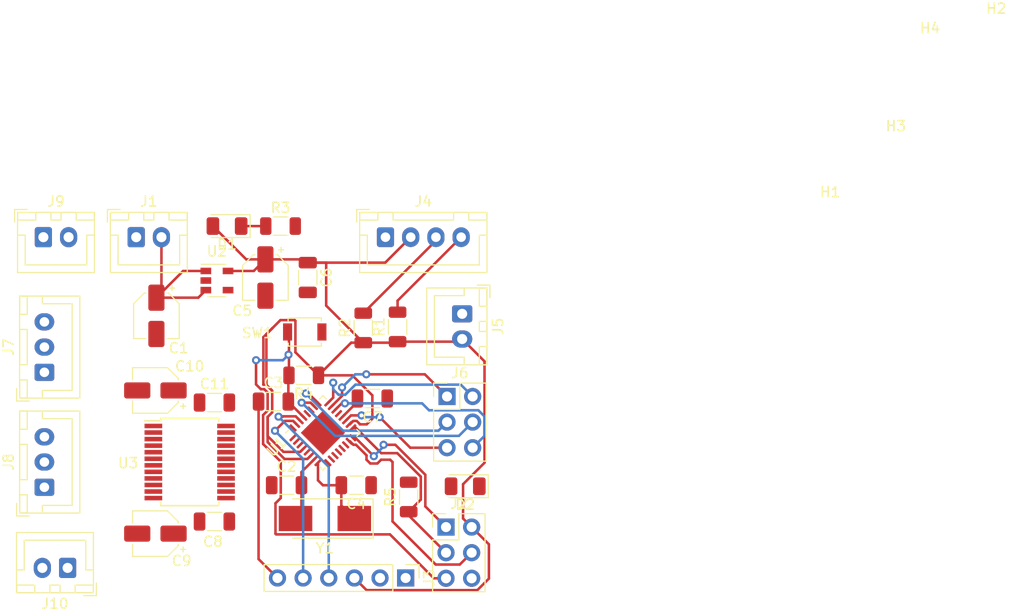
<source format=kicad_pcb>
(kicad_pcb (version 20171130) (host pcbnew 5.1.10)

  (general
    (thickness 1.6)
    (drawings 0)
    (tracks 203)
    (zones 0)
    (modules 37)
    (nets 37)
  )

  (page A4)
  (layers
    (0 F.Cu signal)
    (31 B.Cu signal)
    (32 B.Adhes user)
    (33 F.Adhes user)
    (34 B.Paste user)
    (35 F.Paste user)
    (36 B.SilkS user)
    (37 F.SilkS user)
    (38 B.Mask user)
    (39 F.Mask user)
    (40 Dwgs.User user)
    (41 Cmts.User user)
    (42 Eco1.User user)
    (43 Eco2.User user)
    (44 Edge.Cuts user)
    (45 Margin user)
    (46 B.CrtYd user)
    (47 F.CrtYd user)
    (48 B.Fab user)
    (49 F.Fab user hide)
  )

  (setup
    (last_trace_width 0.25)
    (user_trace_width 0.3)
    (user_trace_width 0.4)
    (user_trace_width 0.5)
    (user_trace_width 1)
    (user_trace_width 1.5)
    (user_trace_width 2)
    (trace_clearance 0.2)
    (zone_clearance 0.508)
    (zone_45_only no)
    (trace_min 0.2)
    (via_size 0.8)
    (via_drill 0.4)
    (via_min_size 0.4)
    (via_min_drill 0.3)
    (uvia_size 0.3)
    (uvia_drill 0.1)
    (uvias_allowed no)
    (uvia_min_size 0.2)
    (uvia_min_drill 0.1)
    (edge_width 0.05)
    (segment_width 0.2)
    (pcb_text_width 0.3)
    (pcb_text_size 1.5 1.5)
    (mod_edge_width 0.12)
    (mod_text_size 1 1)
    (mod_text_width 0.15)
    (pad_size 1.524 1.524)
    (pad_drill 0.762)
    (pad_to_mask_clearance 0)
    (aux_axis_origin 0 0)
    (visible_elements FFFFFF7F)
    (pcbplotparams
      (layerselection 0x010fc_ffffffff)
      (usegerberextensions false)
      (usegerberattributes true)
      (usegerberadvancedattributes true)
      (creategerberjobfile true)
      (excludeedgelayer true)
      (linewidth 0.100000)
      (plotframeref false)
      (viasonmask false)
      (mode 1)
      (useauxorigin false)
      (hpglpennumber 1)
      (hpglpenspeed 20)
      (hpglpendiameter 15.000000)
      (psnegative false)
      (psa4output false)
      (plotreference true)
      (plotvalue true)
      (plotinvisibletext false)
      (padsonsilk false)
      (subtractmaskfromsilk false)
      (outputformat 1)
      (mirror false)
      (drillshape 0)
      (scaleselection 1)
      (outputdirectory ""))
  )

  (net 0 "")
  (net 1 GND)
  (net 2 +3V3)
  (net 3 SCL)
  (net 4 SDA)
  (net 5 +9V)
  (net 6 XTAL1)
  (net 7 DTR)
  (net 8 RESET)
  (net 9 XTAL2)
  (net 10 AREF)
  (net 11 "Net-(D1-Pad1)")
  (net 12 "Net-(D2-Pad2)")
  (net 13 MOSI)
  (net 14 SCK)
  (net 15 MISO)
  (net 16 RXI)
  (net 17 TXO)
  (net 18 A0)
  (net 19 A1)
  (net 20 A2)
  (net 21 A3)
  (net 22 A6)
  (net 23 A7)
  (net 24 D2)
  (net 25 D3)
  (net 26 MOTORA2)
  (net 27 MOTORA1)
  (net 28 MOTORB1)
  (net 29 MOTORB2)
  (net 30 D4)
  (net 31 D5)
  (net 32 D6)
  (net 33 D7)
  (net 34 D8)
  (net 35 D9)
  (net 36 D10)

  (net_class Default "This is the default net class."
    (clearance 0.2)
    (trace_width 0.25)
    (via_dia 0.8)
    (via_drill 0.4)
    (uvia_dia 0.3)
    (uvia_drill 0.1)
    (add_net +3V3)
    (add_net +9V)
    (add_net A0)
    (add_net A1)
    (add_net A2)
    (add_net A3)
    (add_net A6)
    (add_net A7)
    (add_net AREF)
    (add_net D10)
    (add_net D2)
    (add_net D3)
    (add_net D4)
    (add_net D5)
    (add_net D6)
    (add_net D7)
    (add_net D8)
    (add_net D9)
    (add_net DTR)
    (add_net GND)
    (add_net MISO)
    (add_net MOSI)
    (add_net MOTORA1)
    (add_net MOTORA2)
    (add_net MOTORB1)
    (add_net MOTORB2)
    (add_net "Net-(D1-Pad1)")
    (add_net "Net-(D2-Pad2)")
    (add_net "Net-(U2-Pad4)")
    (add_net RESET)
    (add_net RXI)
    (add_net SCK)
    (add_net SCL)
    (add_net SDA)
    (add_net TXO)
    (add_net XTAL1)
    (add_net XTAL2)
  )

  (module Crystal:Crystal_SMD_0603-2Pin_6.0x3.5mm_HandSoldering (layer F.Cu) (tedit 5A0FD1B2) (tstamp 617B3B81)
    (at 102.2 139.1 180)
    (descr "SMD Crystal SERIES SMD0603/2 http://www.petermann-technik.de/fileadmin/petermann/pdf/SMD0603-2.pdf, hand-soldering, 6.0x3.5mm^2 package")
    (tags "SMD SMT crystal hand-soldering")
    (path /617B9139)
    (attr smd)
    (fp_text reference Y1 (at 0 -2.95) (layer F.SilkS)
      (effects (font (size 1 1) (thickness 0.15)))
    )
    (fp_text value HC-49SM16MHz20pF30ppm (at 0.2 -6.1) (layer F.Fab)
      (effects (font (size 1 1) (thickness 0.15)))
    )
    (fp_text user %R (at 0 0) (layer F.Fab)
      (effects (font (size 1 1) (thickness 0.15)))
    )
    (fp_line (start -2.9 -1.75) (end 2.9 -1.75) (layer F.Fab) (width 0.1))
    (fp_line (start 2.9 -1.75) (end 3 -1.65) (layer F.Fab) (width 0.1))
    (fp_line (start 3 -1.65) (end 3 1.65) (layer F.Fab) (width 0.1))
    (fp_line (start 3 1.65) (end 2.9 1.75) (layer F.Fab) (width 0.1))
    (fp_line (start 2.9 1.75) (end -2.9 1.75) (layer F.Fab) (width 0.1))
    (fp_line (start -2.9 1.75) (end -3 1.65) (layer F.Fab) (width 0.1))
    (fp_line (start -3 1.65) (end -3 -1.65) (layer F.Fab) (width 0.1))
    (fp_line (start -3 -1.65) (end -2.9 -1.75) (layer F.Fab) (width 0.1))
    (fp_line (start -3 0.75) (end -2 1.75) (layer F.Fab) (width 0.1))
    (fp_line (start 3.2 -1.95) (end -4.775 -1.95) (layer F.SilkS) (width 0.12))
    (fp_line (start -4.775 -1.95) (end -4.775 1.95) (layer F.SilkS) (width 0.12))
    (fp_line (start -4.775 1.95) (end 3.2 1.95) (layer F.SilkS) (width 0.12))
    (fp_line (start -4.9 -2) (end -4.9 2) (layer F.CrtYd) (width 0.05))
    (fp_line (start -4.9 2) (end 4.9 2) (layer F.CrtYd) (width 0.05))
    (fp_line (start 4.9 2) (end 4.9 -2) (layer F.CrtYd) (width 0.05))
    (fp_line (start 4.9 -2) (end -4.9 -2) (layer F.CrtYd) (width 0.05))
    (fp_circle (center 0 0) (end 0.4 0) (layer F.Adhes) (width 0.1))
    (fp_circle (center 0 0) (end 0.333333 0) (layer F.Adhes) (width 0.133333))
    (fp_circle (center 0 0) (end 0.213333 0) (layer F.Adhes) (width 0.133333))
    (fp_circle (center 0 0) (end 0.093333 0) (layer F.Adhes) (width 0.186667))
    (pad 2 smd rect (at 2.9125 0 180) (size 3.325 2.5) (layers F.Cu F.Paste F.Mask)
      (net 6 XTAL1))
    (pad 1 smd rect (at -2.9125 0 180) (size 3.325 2.5) (layers F.Cu F.Paste F.Mask)
      (net 9 XTAL2))
    (model ${KISYS3DMOD}/Crystal.3dshapes/Crystal_SMD_0603-2Pin_6.0x3.5mm_HandSoldering.wrl
      (at (xyz 0 0 0))
      (scale (xyz 1 1 1))
      (rotate (xyz 0 0 0))
    )
  )

  (module Capacitor_SMD:CP_Elec_4x5.4 (layer F.Cu) (tedit 5BCA39CF) (tstamp 617B37D4)
    (at 85.5 119 270)
    (descr "SMD capacitor, aluminum electrolytic, Panasonic A5 / Nichicon, 4.0x5.4mm")
    (tags "capacitor electrolytic")
    (path /61AC5781)
    (attr smd)
    (fp_text reference C1 (at 3.2 -2.2 180) (layer F.SilkS)
      (effects (font (size 1 1) (thickness 0.15)))
    )
    (fp_text value 10uF (at 0 3.2 90) (layer F.Fab)
      (effects (font (size 1 1) (thickness 0.15)))
    )
    (fp_text user %R (at 0 0 90) (layer F.Fab)
      (effects (font (size 0.8 0.8) (thickness 0.12)))
    )
    (fp_circle (center 0 0) (end 2 0) (layer F.Fab) (width 0.1))
    (fp_line (start 2.15 -2.15) (end 2.15 2.15) (layer F.Fab) (width 0.1))
    (fp_line (start -1.15 -2.15) (end 2.15 -2.15) (layer F.Fab) (width 0.1))
    (fp_line (start -1.15 2.15) (end 2.15 2.15) (layer F.Fab) (width 0.1))
    (fp_line (start -2.15 -1.15) (end -2.15 1.15) (layer F.Fab) (width 0.1))
    (fp_line (start -2.15 -1.15) (end -1.15 -2.15) (layer F.Fab) (width 0.1))
    (fp_line (start -2.15 1.15) (end -1.15 2.15) (layer F.Fab) (width 0.1))
    (fp_line (start -1.574773 -1) (end -1.174773 -1) (layer F.Fab) (width 0.1))
    (fp_line (start -1.374773 -1.2) (end -1.374773 -0.8) (layer F.Fab) (width 0.1))
    (fp_line (start 2.26 2.26) (end 2.26 1.06) (layer F.SilkS) (width 0.12))
    (fp_line (start 2.26 -2.26) (end 2.26 -1.06) (layer F.SilkS) (width 0.12))
    (fp_line (start -1.195563 -2.26) (end 2.26 -2.26) (layer F.SilkS) (width 0.12))
    (fp_line (start -1.195563 2.26) (end 2.26 2.26) (layer F.SilkS) (width 0.12))
    (fp_line (start -2.26 1.195563) (end -2.26 1.06) (layer F.SilkS) (width 0.12))
    (fp_line (start -2.26 -1.195563) (end -2.26 -1.06) (layer F.SilkS) (width 0.12))
    (fp_line (start -2.26 -1.195563) (end -1.195563 -2.26) (layer F.SilkS) (width 0.12))
    (fp_line (start -2.26 1.195563) (end -1.195563 2.26) (layer F.SilkS) (width 0.12))
    (fp_line (start -3 -1.56) (end -2.5 -1.56) (layer F.SilkS) (width 0.12))
    (fp_line (start -2.75 -1.81) (end -2.75 -1.31) (layer F.SilkS) (width 0.12))
    (fp_line (start 2.4 -2.4) (end 2.4 -1.05) (layer F.CrtYd) (width 0.05))
    (fp_line (start 2.4 -1.05) (end 3.35 -1.05) (layer F.CrtYd) (width 0.05))
    (fp_line (start 3.35 -1.05) (end 3.35 1.05) (layer F.CrtYd) (width 0.05))
    (fp_line (start 3.35 1.05) (end 2.4 1.05) (layer F.CrtYd) (width 0.05))
    (fp_line (start 2.4 1.05) (end 2.4 2.4) (layer F.CrtYd) (width 0.05))
    (fp_line (start -1.25 2.4) (end 2.4 2.4) (layer F.CrtYd) (width 0.05))
    (fp_line (start -1.25 -2.4) (end 2.4 -2.4) (layer F.CrtYd) (width 0.05))
    (fp_line (start -2.4 1.25) (end -1.25 2.4) (layer F.CrtYd) (width 0.05))
    (fp_line (start -2.4 -1.25) (end -1.25 -2.4) (layer F.CrtYd) (width 0.05))
    (fp_line (start -2.4 -1.25) (end -2.4 -1.05) (layer F.CrtYd) (width 0.05))
    (fp_line (start -2.4 1.05) (end -2.4 1.25) (layer F.CrtYd) (width 0.05))
    (fp_line (start -2.4 -1.05) (end -3.35 -1.05) (layer F.CrtYd) (width 0.05))
    (fp_line (start -3.35 -1.05) (end -3.35 1.05) (layer F.CrtYd) (width 0.05))
    (fp_line (start -3.35 1.05) (end -2.4 1.05) (layer F.CrtYd) (width 0.05))
    (pad 2 smd roundrect (at 1.8 0 270) (size 2.6 1.6) (layers F.Cu F.Paste F.Mask) (roundrect_rratio 0.15625)
      (net 1 GND))
    (pad 1 smd roundrect (at -1.8 0 270) (size 2.6 1.6) (layers F.Cu F.Paste F.Mask) (roundrect_rratio 0.15625)
      (net 5 +9V))
    (model ${KISYS3DMOD}/Capacitor_SMD.3dshapes/CP_Elec_4x5.4.wrl
      (at (xyz 0 0 0))
      (scale (xyz 1 1 1))
      (rotate (xyz 0 0 0))
    )
  )

  (module Capacitor_SMD:C_1206_3216Metric (layer F.Cu) (tedit 5F68FEEE) (tstamp 617B37E5)
    (at 98.4 135.8)
    (descr "Capacitor SMD 1206 (3216 Metric), square (rectangular) end terminal, IPC_7351 nominal, (Body size source: IPC-SM-782 page 76, https://www.pcb-3d.com/wordpress/wp-content/uploads/ipc-sm-782a_amendment_1_and_2.pdf), generated with kicad-footprint-generator")
    (tags capacitor)
    (path /618015EB)
    (attr smd)
    (fp_text reference C2 (at 0 -1.85) (layer F.SilkS)
      (effects (font (size 1 1) (thickness 0.15)))
    )
    (fp_text value 15pF (at 0 1.85) (layer F.Fab)
      (effects (font (size 1 1) (thickness 0.15)))
    )
    (fp_line (start 2.3 1.15) (end -2.3 1.15) (layer F.CrtYd) (width 0.05))
    (fp_line (start 2.3 -1.15) (end 2.3 1.15) (layer F.CrtYd) (width 0.05))
    (fp_line (start -2.3 -1.15) (end 2.3 -1.15) (layer F.CrtYd) (width 0.05))
    (fp_line (start -2.3 1.15) (end -2.3 -1.15) (layer F.CrtYd) (width 0.05))
    (fp_line (start -0.711252 0.91) (end 0.711252 0.91) (layer F.SilkS) (width 0.12))
    (fp_line (start -0.711252 -0.91) (end 0.711252 -0.91) (layer F.SilkS) (width 0.12))
    (fp_line (start 1.6 0.8) (end -1.6 0.8) (layer F.Fab) (width 0.1))
    (fp_line (start 1.6 -0.8) (end 1.6 0.8) (layer F.Fab) (width 0.1))
    (fp_line (start -1.6 -0.8) (end 1.6 -0.8) (layer F.Fab) (width 0.1))
    (fp_line (start -1.6 0.8) (end -1.6 -0.8) (layer F.Fab) (width 0.1))
    (fp_text user %R (at 0 0) (layer F.Fab)
      (effects (font (size 0.8 0.8) (thickness 0.12)))
    )
    (pad 1 smd roundrect (at -1.475 0) (size 1.15 1.8) (layers F.Cu F.Paste F.Mask) (roundrect_rratio 0.217391)
      (net 1 GND))
    (pad 2 smd roundrect (at 1.475 0) (size 1.15 1.8) (layers F.Cu F.Paste F.Mask) (roundrect_rratio 0.217391)
      (net 6 XTAL1))
    (model ${KISYS3DMOD}/Capacitor_SMD.3dshapes/C_1206_3216Metric.wrl
      (at (xyz 0 0 0))
      (scale (xyz 1 1 1))
      (rotate (xyz 0 0 0))
    )
  )

  (module Capacitor_SMD:C_1206_3216Metric (layer F.Cu) (tedit 5F68FEEE) (tstamp 617B37F6)
    (at 97.1 127.5)
    (descr "Capacitor SMD 1206 (3216 Metric), square (rectangular) end terminal, IPC_7351 nominal, (Body size source: IPC-SM-782 page 76, https://www.pcb-3d.com/wordpress/wp-content/uploads/ipc-sm-782a_amendment_1_and_2.pdf), generated with kicad-footprint-generator")
    (tags capacitor)
    (path /619362A8)
    (attr smd)
    (fp_text reference C3 (at 0 -1.85) (layer F.SilkS)
      (effects (font (size 1 1) (thickness 0.15)))
    )
    (fp_text value 0.1uF (at 0 1.85) (layer F.Fab)
      (effects (font (size 1 1) (thickness 0.15)))
    )
    (fp_line (start 2.3 1.15) (end -2.3 1.15) (layer F.CrtYd) (width 0.05))
    (fp_line (start 2.3 -1.15) (end 2.3 1.15) (layer F.CrtYd) (width 0.05))
    (fp_line (start -2.3 -1.15) (end 2.3 -1.15) (layer F.CrtYd) (width 0.05))
    (fp_line (start -2.3 1.15) (end -2.3 -1.15) (layer F.CrtYd) (width 0.05))
    (fp_line (start -0.711252 0.91) (end 0.711252 0.91) (layer F.SilkS) (width 0.12))
    (fp_line (start -0.711252 -0.91) (end 0.711252 -0.91) (layer F.SilkS) (width 0.12))
    (fp_line (start 1.6 0.8) (end -1.6 0.8) (layer F.Fab) (width 0.1))
    (fp_line (start 1.6 -0.8) (end 1.6 0.8) (layer F.Fab) (width 0.1))
    (fp_line (start -1.6 -0.8) (end 1.6 -0.8) (layer F.Fab) (width 0.1))
    (fp_line (start -1.6 0.8) (end -1.6 -0.8) (layer F.Fab) (width 0.1))
    (fp_text user %R (at 0 0) (layer F.Fab)
      (effects (font (size 0.8 0.8) (thickness 0.12)))
    )
    (pad 1 smd roundrect (at -1.475 0) (size 1.15 1.8) (layers F.Cu F.Paste F.Mask) (roundrect_rratio 0.217391)
      (net 7 DTR))
    (pad 2 smd roundrect (at 1.475 0) (size 1.15 1.8) (layers F.Cu F.Paste F.Mask) (roundrect_rratio 0.217391)
      (net 8 RESET))
    (model ${KISYS3DMOD}/Capacitor_SMD.3dshapes/C_1206_3216Metric.wrl
      (at (xyz 0 0 0))
      (scale (xyz 1 1 1))
      (rotate (xyz 0 0 0))
    )
  )

  (module Capacitor_SMD:C_1206_3216Metric (layer F.Cu) (tedit 5F68FEEE) (tstamp 617B3807)
    (at 105.3 135.8 180)
    (descr "Capacitor SMD 1206 (3216 Metric), square (rectangular) end terminal, IPC_7351 nominal, (Body size source: IPC-SM-782 page 76, https://www.pcb-3d.com/wordpress/wp-content/uploads/ipc-sm-782a_amendment_1_and_2.pdf), generated with kicad-footprint-generator")
    (tags capacitor)
    (path /617FEF79)
    (attr smd)
    (fp_text reference C4 (at 0 -1.85) (layer F.SilkS)
      (effects (font (size 1 1) (thickness 0.15)))
    )
    (fp_text value 15pF (at 0 1.85) (layer F.Fab)
      (effects (font (size 1 1) (thickness 0.15)))
    )
    (fp_text user %R (at 0 0) (layer F.Fab)
      (effects (font (size 0.8 0.8) (thickness 0.12)))
    )
    (fp_line (start -1.6 0.8) (end -1.6 -0.8) (layer F.Fab) (width 0.1))
    (fp_line (start -1.6 -0.8) (end 1.6 -0.8) (layer F.Fab) (width 0.1))
    (fp_line (start 1.6 -0.8) (end 1.6 0.8) (layer F.Fab) (width 0.1))
    (fp_line (start 1.6 0.8) (end -1.6 0.8) (layer F.Fab) (width 0.1))
    (fp_line (start -0.711252 -0.91) (end 0.711252 -0.91) (layer F.SilkS) (width 0.12))
    (fp_line (start -0.711252 0.91) (end 0.711252 0.91) (layer F.SilkS) (width 0.12))
    (fp_line (start -2.3 1.15) (end -2.3 -1.15) (layer F.CrtYd) (width 0.05))
    (fp_line (start -2.3 -1.15) (end 2.3 -1.15) (layer F.CrtYd) (width 0.05))
    (fp_line (start 2.3 -1.15) (end 2.3 1.15) (layer F.CrtYd) (width 0.05))
    (fp_line (start 2.3 1.15) (end -2.3 1.15) (layer F.CrtYd) (width 0.05))
    (pad 2 smd roundrect (at 1.475 0 180) (size 1.15 1.8) (layers F.Cu F.Paste F.Mask) (roundrect_rratio 0.217391)
      (net 9 XTAL2))
    (pad 1 smd roundrect (at -1.475 0 180) (size 1.15 1.8) (layers F.Cu F.Paste F.Mask) (roundrect_rratio 0.217391)
      (net 1 GND))
    (model ${KISYS3DMOD}/Capacitor_SMD.3dshapes/C_1206_3216Metric.wrl
      (at (xyz 0 0 0))
      (scale (xyz 1 1 1))
      (rotate (xyz 0 0 0))
    )
  )

  (module Capacitor_SMD:CP_Elec_4x5.4 (layer F.Cu) (tedit 5BCA39CF) (tstamp 617B382F)
    (at 96.3 115.2 270)
    (descr "SMD capacitor, aluminum electrolytic, Panasonic A5 / Nichicon, 4.0x5.4mm")
    (tags "capacitor electrolytic")
    (path /61AD66F6)
    (attr smd)
    (fp_text reference C5 (at 3.3 2.3 180) (layer F.SilkS)
      (effects (font (size 1 1) (thickness 0.15)))
    )
    (fp_text value 10uF (at 0 3.2 90) (layer F.Fab)
      (effects (font (size 1 1) (thickness 0.15)))
    )
    (fp_line (start -3.35 1.05) (end -2.4 1.05) (layer F.CrtYd) (width 0.05))
    (fp_line (start -3.35 -1.05) (end -3.35 1.05) (layer F.CrtYd) (width 0.05))
    (fp_line (start -2.4 -1.05) (end -3.35 -1.05) (layer F.CrtYd) (width 0.05))
    (fp_line (start -2.4 1.05) (end -2.4 1.25) (layer F.CrtYd) (width 0.05))
    (fp_line (start -2.4 -1.25) (end -2.4 -1.05) (layer F.CrtYd) (width 0.05))
    (fp_line (start -2.4 -1.25) (end -1.25 -2.4) (layer F.CrtYd) (width 0.05))
    (fp_line (start -2.4 1.25) (end -1.25 2.4) (layer F.CrtYd) (width 0.05))
    (fp_line (start -1.25 -2.4) (end 2.4 -2.4) (layer F.CrtYd) (width 0.05))
    (fp_line (start -1.25 2.4) (end 2.4 2.4) (layer F.CrtYd) (width 0.05))
    (fp_line (start 2.4 1.05) (end 2.4 2.4) (layer F.CrtYd) (width 0.05))
    (fp_line (start 3.35 1.05) (end 2.4 1.05) (layer F.CrtYd) (width 0.05))
    (fp_line (start 3.35 -1.05) (end 3.35 1.05) (layer F.CrtYd) (width 0.05))
    (fp_line (start 2.4 -1.05) (end 3.35 -1.05) (layer F.CrtYd) (width 0.05))
    (fp_line (start 2.4 -2.4) (end 2.4 -1.05) (layer F.CrtYd) (width 0.05))
    (fp_line (start -2.75 -1.81) (end -2.75 -1.31) (layer F.SilkS) (width 0.12))
    (fp_line (start -3 -1.56) (end -2.5 -1.56) (layer F.SilkS) (width 0.12))
    (fp_line (start -2.26 1.195563) (end -1.195563 2.26) (layer F.SilkS) (width 0.12))
    (fp_line (start -2.26 -1.195563) (end -1.195563 -2.26) (layer F.SilkS) (width 0.12))
    (fp_line (start -2.26 -1.195563) (end -2.26 -1.06) (layer F.SilkS) (width 0.12))
    (fp_line (start -2.26 1.195563) (end -2.26 1.06) (layer F.SilkS) (width 0.12))
    (fp_line (start -1.195563 2.26) (end 2.26 2.26) (layer F.SilkS) (width 0.12))
    (fp_line (start -1.195563 -2.26) (end 2.26 -2.26) (layer F.SilkS) (width 0.12))
    (fp_line (start 2.26 -2.26) (end 2.26 -1.06) (layer F.SilkS) (width 0.12))
    (fp_line (start 2.26 2.26) (end 2.26 1.06) (layer F.SilkS) (width 0.12))
    (fp_line (start -1.374773 -1.2) (end -1.374773 -0.8) (layer F.Fab) (width 0.1))
    (fp_line (start -1.574773 -1) (end -1.174773 -1) (layer F.Fab) (width 0.1))
    (fp_line (start -2.15 1.15) (end -1.15 2.15) (layer F.Fab) (width 0.1))
    (fp_line (start -2.15 -1.15) (end -1.15 -2.15) (layer F.Fab) (width 0.1))
    (fp_line (start -2.15 -1.15) (end -2.15 1.15) (layer F.Fab) (width 0.1))
    (fp_line (start -1.15 2.15) (end 2.15 2.15) (layer F.Fab) (width 0.1))
    (fp_line (start -1.15 -2.15) (end 2.15 -2.15) (layer F.Fab) (width 0.1))
    (fp_line (start 2.15 -2.15) (end 2.15 2.15) (layer F.Fab) (width 0.1))
    (fp_circle (center 0 0) (end 2 0) (layer F.Fab) (width 0.1))
    (fp_text user %R (at 0 0 90) (layer F.Fab)
      (effects (font (size 0.8 0.8) (thickness 0.12)))
    )
    (pad 1 smd roundrect (at -1.8 0 270) (size 2.6 1.6) (layers F.Cu F.Paste F.Mask) (roundrect_rratio 0.15625)
      (net 2 +3V3))
    (pad 2 smd roundrect (at 1.8 0 270) (size 2.6 1.6) (layers F.Cu F.Paste F.Mask) (roundrect_rratio 0.15625)
      (net 1 GND))
    (model ${KISYS3DMOD}/Capacitor_SMD.3dshapes/CP_Elec_4x5.4.wrl
      (at (xyz 0 0 0))
      (scale (xyz 1 1 1))
      (rotate (xyz 0 0 0))
    )
  )

  (module Capacitor_SMD:C_1206_3216Metric (layer F.Cu) (tedit 5F68FEEE) (tstamp 617B3840)
    (at 100.5 115.2 270)
    (descr "Capacitor SMD 1206 (3216 Metric), square (rectangular) end terminal, IPC_7351 nominal, (Body size source: IPC-SM-782 page 76, https://www.pcb-3d.com/wordpress/wp-content/uploads/ipc-sm-782a_amendment_1_and_2.pdf), generated with kicad-footprint-generator")
    (tags capacitor)
    (path /61AD8988)
    (attr smd)
    (fp_text reference C6 (at 0 -1.85 90) (layer F.SilkS)
      (effects (font (size 1 1) (thickness 0.15)))
    )
    (fp_text value 0.1uF (at 0 1.85 90) (layer F.Fab)
      (effects (font (size 1 1) (thickness 0.15)))
    )
    (fp_line (start 2.3 1.15) (end -2.3 1.15) (layer F.CrtYd) (width 0.05))
    (fp_line (start 2.3 -1.15) (end 2.3 1.15) (layer F.CrtYd) (width 0.05))
    (fp_line (start -2.3 -1.15) (end 2.3 -1.15) (layer F.CrtYd) (width 0.05))
    (fp_line (start -2.3 1.15) (end -2.3 -1.15) (layer F.CrtYd) (width 0.05))
    (fp_line (start -0.711252 0.91) (end 0.711252 0.91) (layer F.SilkS) (width 0.12))
    (fp_line (start -0.711252 -0.91) (end 0.711252 -0.91) (layer F.SilkS) (width 0.12))
    (fp_line (start 1.6 0.8) (end -1.6 0.8) (layer F.Fab) (width 0.1))
    (fp_line (start 1.6 -0.8) (end 1.6 0.8) (layer F.Fab) (width 0.1))
    (fp_line (start -1.6 -0.8) (end 1.6 -0.8) (layer F.Fab) (width 0.1))
    (fp_line (start -1.6 0.8) (end -1.6 -0.8) (layer F.Fab) (width 0.1))
    (fp_text user %R (at 0 0 90) (layer F.Fab)
      (effects (font (size 0.8 0.8) (thickness 0.12)))
    )
    (pad 1 smd roundrect (at -1.475 0 270) (size 1.15 1.8) (layers F.Cu F.Paste F.Mask) (roundrect_rratio 0.217391)
      (net 2 +3V3))
    (pad 2 smd roundrect (at 1.475 0 270) (size 1.15 1.8) (layers F.Cu F.Paste F.Mask) (roundrect_rratio 0.217391)
      (net 1 GND))
    (model ${KISYS3DMOD}/Capacitor_SMD.3dshapes/C_1206_3216Metric.wrl
      (at (xyz 0 0 0))
      (scale (xyz 1 1 1))
      (rotate (xyz 0 0 0))
    )
  )

  (module Capacitor_SMD:C_1206_3216Metric (layer F.Cu) (tedit 5F68FEEE) (tstamp 617B3851)
    (at 106.9 127.2 180)
    (descr "Capacitor SMD 1206 (3216 Metric), square (rectangular) end terminal, IPC_7351 nominal, (Body size source: IPC-SM-782 page 76, https://www.pcb-3d.com/wordpress/wp-content/uploads/ipc-sm-782a_amendment_1_and_2.pdf), generated with kicad-footprint-generator")
    (tags capacitor)
    (path /61846844)
    (attr smd)
    (fp_text reference C7 (at 0 -1.85) (layer F.SilkS)
      (effects (font (size 1 1) (thickness 0.15)))
    )
    (fp_text value 0.1uF (at 0 1.85) (layer F.Fab)
      (effects (font (size 1 1) (thickness 0.15)))
    )
    (fp_text user %R (at 0 0) (layer F.Fab)
      (effects (font (size 0.8 0.8) (thickness 0.12)))
    )
    (fp_line (start -1.6 0.8) (end -1.6 -0.8) (layer F.Fab) (width 0.1))
    (fp_line (start -1.6 -0.8) (end 1.6 -0.8) (layer F.Fab) (width 0.1))
    (fp_line (start 1.6 -0.8) (end 1.6 0.8) (layer F.Fab) (width 0.1))
    (fp_line (start 1.6 0.8) (end -1.6 0.8) (layer F.Fab) (width 0.1))
    (fp_line (start -0.711252 -0.91) (end 0.711252 -0.91) (layer F.SilkS) (width 0.12))
    (fp_line (start -0.711252 0.91) (end 0.711252 0.91) (layer F.SilkS) (width 0.12))
    (fp_line (start -2.3 1.15) (end -2.3 -1.15) (layer F.CrtYd) (width 0.05))
    (fp_line (start -2.3 -1.15) (end 2.3 -1.15) (layer F.CrtYd) (width 0.05))
    (fp_line (start 2.3 -1.15) (end 2.3 1.15) (layer F.CrtYd) (width 0.05))
    (fp_line (start 2.3 1.15) (end -2.3 1.15) (layer F.CrtYd) (width 0.05))
    (pad 2 smd roundrect (at 1.475 0 180) (size 1.15 1.8) (layers F.Cu F.Paste F.Mask) (roundrect_rratio 0.217391)
      (net 10 AREF))
    (pad 1 smd roundrect (at -1.475 0 180) (size 1.15 1.8) (layers F.Cu F.Paste F.Mask) (roundrect_rratio 0.217391)
      (net 1 GND))
    (model ${KISYS3DMOD}/Capacitor_SMD.3dshapes/C_1206_3216Metric.wrl
      (at (xyz 0 0 0))
      (scale (xyz 1 1 1))
      (rotate (xyz 0 0 0))
    )
  )

  (module Capacitor_SMD:C_1206_3216Metric (layer F.Cu) (tedit 5F68FEEE) (tstamp 617B3862)
    (at 91.25 139.4)
    (descr "Capacitor SMD 1206 (3216 Metric), square (rectangular) end terminal, IPC_7351 nominal, (Body size source: IPC-SM-782 page 76, https://www.pcb-3d.com/wordpress/wp-content/uploads/ipc-sm-782a_amendment_1_and_2.pdf), generated with kicad-footprint-generator")
    (tags capacitor)
    (path /61CADEE8)
    (attr smd)
    (fp_text reference C8 (at -0.15 2) (layer F.SilkS)
      (effects (font (size 1 1) (thickness 0.15)))
    )
    (fp_text value 0.1uf (at 0 1.85) (layer F.Fab)
      (effects (font (size 1 1) (thickness 0.15)))
    )
    (fp_line (start 2.3 1.15) (end -2.3 1.15) (layer F.CrtYd) (width 0.05))
    (fp_line (start 2.3 -1.15) (end 2.3 1.15) (layer F.CrtYd) (width 0.05))
    (fp_line (start -2.3 -1.15) (end 2.3 -1.15) (layer F.CrtYd) (width 0.05))
    (fp_line (start -2.3 1.15) (end -2.3 -1.15) (layer F.CrtYd) (width 0.05))
    (fp_line (start -0.711252 0.91) (end 0.711252 0.91) (layer F.SilkS) (width 0.12))
    (fp_line (start -0.711252 -0.91) (end 0.711252 -0.91) (layer F.SilkS) (width 0.12))
    (fp_line (start 1.6 0.8) (end -1.6 0.8) (layer F.Fab) (width 0.1))
    (fp_line (start 1.6 -0.8) (end 1.6 0.8) (layer F.Fab) (width 0.1))
    (fp_line (start -1.6 -0.8) (end 1.6 -0.8) (layer F.Fab) (width 0.1))
    (fp_line (start -1.6 0.8) (end -1.6 -0.8) (layer F.Fab) (width 0.1))
    (fp_text user %R (at 0 0) (layer F.Fab)
      (effects (font (size 0.8 0.8) (thickness 0.12)))
    )
    (pad 1 smd roundrect (at -1.475 0) (size 1.15 1.8) (layers F.Cu F.Paste F.Mask) (roundrect_rratio 0.217391)
      (net 2 +3V3))
    (pad 2 smd roundrect (at 1.475 0) (size 1.15 1.8) (layers F.Cu F.Paste F.Mask) (roundrect_rratio 0.217391)
      (net 1 GND))
    (model ${KISYS3DMOD}/Capacitor_SMD.3dshapes/C_1206_3216Metric.wrl
      (at (xyz 0 0 0))
      (scale (xyz 1 1 1))
      (rotate (xyz 0 0 0))
    )
  )

  (module Capacitor_SMD:CP_Elec_4x5.4 (layer F.Cu) (tedit 5BCA39CF) (tstamp 617B388A)
    (at 85.4 140.6 180)
    (descr "SMD capacitor, aluminum electrolytic, Panasonic A5 / Nichicon, 4.0x5.4mm")
    (tags "capacitor electrolytic")
    (path /61CADEBB)
    (attr smd)
    (fp_text reference C9 (at -2.6 -2.7) (layer F.SilkS)
      (effects (font (size 1 1) (thickness 0.15)))
    )
    (fp_text value 10uf (at 0 3.2) (layer F.Fab)
      (effects (font (size 1 1) (thickness 0.15)))
    )
    (fp_line (start -3.35 1.05) (end -2.4 1.05) (layer F.CrtYd) (width 0.05))
    (fp_line (start -3.35 -1.05) (end -3.35 1.05) (layer F.CrtYd) (width 0.05))
    (fp_line (start -2.4 -1.05) (end -3.35 -1.05) (layer F.CrtYd) (width 0.05))
    (fp_line (start -2.4 1.05) (end -2.4 1.25) (layer F.CrtYd) (width 0.05))
    (fp_line (start -2.4 -1.25) (end -2.4 -1.05) (layer F.CrtYd) (width 0.05))
    (fp_line (start -2.4 -1.25) (end -1.25 -2.4) (layer F.CrtYd) (width 0.05))
    (fp_line (start -2.4 1.25) (end -1.25 2.4) (layer F.CrtYd) (width 0.05))
    (fp_line (start -1.25 -2.4) (end 2.4 -2.4) (layer F.CrtYd) (width 0.05))
    (fp_line (start -1.25 2.4) (end 2.4 2.4) (layer F.CrtYd) (width 0.05))
    (fp_line (start 2.4 1.05) (end 2.4 2.4) (layer F.CrtYd) (width 0.05))
    (fp_line (start 3.35 1.05) (end 2.4 1.05) (layer F.CrtYd) (width 0.05))
    (fp_line (start 3.35 -1.05) (end 3.35 1.05) (layer F.CrtYd) (width 0.05))
    (fp_line (start 2.4 -1.05) (end 3.35 -1.05) (layer F.CrtYd) (width 0.05))
    (fp_line (start 2.4 -2.4) (end 2.4 -1.05) (layer F.CrtYd) (width 0.05))
    (fp_line (start -2.75 -1.81) (end -2.75 -1.31) (layer F.SilkS) (width 0.12))
    (fp_line (start -3 -1.56) (end -2.5 -1.56) (layer F.SilkS) (width 0.12))
    (fp_line (start -2.26 1.195563) (end -1.195563 2.26) (layer F.SilkS) (width 0.12))
    (fp_line (start -2.26 -1.195563) (end -1.195563 -2.26) (layer F.SilkS) (width 0.12))
    (fp_line (start -2.26 -1.195563) (end -2.26 -1.06) (layer F.SilkS) (width 0.12))
    (fp_line (start -2.26 1.195563) (end -2.26 1.06) (layer F.SilkS) (width 0.12))
    (fp_line (start -1.195563 2.26) (end 2.26 2.26) (layer F.SilkS) (width 0.12))
    (fp_line (start -1.195563 -2.26) (end 2.26 -2.26) (layer F.SilkS) (width 0.12))
    (fp_line (start 2.26 -2.26) (end 2.26 -1.06) (layer F.SilkS) (width 0.12))
    (fp_line (start 2.26 2.26) (end 2.26 1.06) (layer F.SilkS) (width 0.12))
    (fp_line (start -1.374773 -1.2) (end -1.374773 -0.8) (layer F.Fab) (width 0.1))
    (fp_line (start -1.574773 -1) (end -1.174773 -1) (layer F.Fab) (width 0.1))
    (fp_line (start -2.15 1.15) (end -1.15 2.15) (layer F.Fab) (width 0.1))
    (fp_line (start -2.15 -1.15) (end -1.15 -2.15) (layer F.Fab) (width 0.1))
    (fp_line (start -2.15 -1.15) (end -2.15 1.15) (layer F.Fab) (width 0.1))
    (fp_line (start -1.15 2.15) (end 2.15 2.15) (layer F.Fab) (width 0.1))
    (fp_line (start -1.15 -2.15) (end 2.15 -2.15) (layer F.Fab) (width 0.1))
    (fp_line (start 2.15 -2.15) (end 2.15 2.15) (layer F.Fab) (width 0.1))
    (fp_circle (center 0 0) (end 2 0) (layer F.Fab) (width 0.1))
    (fp_text user %R (at 0 0) (layer F.Fab)
      (effects (font (size 0.8 0.8) (thickness 0.12)))
    )
    (pad 1 smd roundrect (at -1.8 0 180) (size 2.6 1.6) (layers F.Cu F.Paste F.Mask) (roundrect_rratio 0.15625)
      (net 2 +3V3))
    (pad 2 smd roundrect (at 1.8 0 180) (size 2.6 1.6) (layers F.Cu F.Paste F.Mask) (roundrect_rratio 0.15625)
      (net 1 GND))
    (model ${KISYS3DMOD}/Capacitor_SMD.3dshapes/CP_Elec_4x5.4.wrl
      (at (xyz 0 0 0))
      (scale (xyz 1 1 1))
      (rotate (xyz 0 0 0))
    )
  )

  (module Capacitor_SMD:CP_Elec_4x5.4 (layer F.Cu) (tedit 5BCA39CF) (tstamp 617B38B2)
    (at 85.4 126.4 180)
    (descr "SMD capacitor, aluminum electrolytic, Panasonic A5 / Nichicon, 4.0x5.4mm")
    (tags "capacitor electrolytic")
    (path /61CADEC3)
    (attr smd)
    (fp_text reference C10 (at -3.4 2.4) (layer F.SilkS)
      (effects (font (size 1 1) (thickness 0.15)))
    )
    (fp_text value 10uf (at 0 3.2) (layer F.Fab)
      (effects (font (size 1 1) (thickness 0.15)))
    )
    (fp_text user %R (at 0 0) (layer F.Fab)
      (effects (font (size 0.8 0.8) (thickness 0.12)))
    )
    (fp_circle (center 0 0) (end 2 0) (layer F.Fab) (width 0.1))
    (fp_line (start 2.15 -2.15) (end 2.15 2.15) (layer F.Fab) (width 0.1))
    (fp_line (start -1.15 -2.15) (end 2.15 -2.15) (layer F.Fab) (width 0.1))
    (fp_line (start -1.15 2.15) (end 2.15 2.15) (layer F.Fab) (width 0.1))
    (fp_line (start -2.15 -1.15) (end -2.15 1.15) (layer F.Fab) (width 0.1))
    (fp_line (start -2.15 -1.15) (end -1.15 -2.15) (layer F.Fab) (width 0.1))
    (fp_line (start -2.15 1.15) (end -1.15 2.15) (layer F.Fab) (width 0.1))
    (fp_line (start -1.574773 -1) (end -1.174773 -1) (layer F.Fab) (width 0.1))
    (fp_line (start -1.374773 -1.2) (end -1.374773 -0.8) (layer F.Fab) (width 0.1))
    (fp_line (start 2.26 2.26) (end 2.26 1.06) (layer F.SilkS) (width 0.12))
    (fp_line (start 2.26 -2.26) (end 2.26 -1.06) (layer F.SilkS) (width 0.12))
    (fp_line (start -1.195563 -2.26) (end 2.26 -2.26) (layer F.SilkS) (width 0.12))
    (fp_line (start -1.195563 2.26) (end 2.26 2.26) (layer F.SilkS) (width 0.12))
    (fp_line (start -2.26 1.195563) (end -2.26 1.06) (layer F.SilkS) (width 0.12))
    (fp_line (start -2.26 -1.195563) (end -2.26 -1.06) (layer F.SilkS) (width 0.12))
    (fp_line (start -2.26 -1.195563) (end -1.195563 -2.26) (layer F.SilkS) (width 0.12))
    (fp_line (start -2.26 1.195563) (end -1.195563 2.26) (layer F.SilkS) (width 0.12))
    (fp_line (start -3 -1.56) (end -2.5 -1.56) (layer F.SilkS) (width 0.12))
    (fp_line (start -2.75 -1.81) (end -2.75 -1.31) (layer F.SilkS) (width 0.12))
    (fp_line (start 2.4 -2.4) (end 2.4 -1.05) (layer F.CrtYd) (width 0.05))
    (fp_line (start 2.4 -1.05) (end 3.35 -1.05) (layer F.CrtYd) (width 0.05))
    (fp_line (start 3.35 -1.05) (end 3.35 1.05) (layer F.CrtYd) (width 0.05))
    (fp_line (start 3.35 1.05) (end 2.4 1.05) (layer F.CrtYd) (width 0.05))
    (fp_line (start 2.4 1.05) (end 2.4 2.4) (layer F.CrtYd) (width 0.05))
    (fp_line (start -1.25 2.4) (end 2.4 2.4) (layer F.CrtYd) (width 0.05))
    (fp_line (start -1.25 -2.4) (end 2.4 -2.4) (layer F.CrtYd) (width 0.05))
    (fp_line (start -2.4 1.25) (end -1.25 2.4) (layer F.CrtYd) (width 0.05))
    (fp_line (start -2.4 -1.25) (end -1.25 -2.4) (layer F.CrtYd) (width 0.05))
    (fp_line (start -2.4 -1.25) (end -2.4 -1.05) (layer F.CrtYd) (width 0.05))
    (fp_line (start -2.4 1.05) (end -2.4 1.25) (layer F.CrtYd) (width 0.05))
    (fp_line (start -2.4 -1.05) (end -3.35 -1.05) (layer F.CrtYd) (width 0.05))
    (fp_line (start -3.35 -1.05) (end -3.35 1.05) (layer F.CrtYd) (width 0.05))
    (fp_line (start -3.35 1.05) (end -2.4 1.05) (layer F.CrtYd) (width 0.05))
    (pad 2 smd roundrect (at 1.8 0 180) (size 2.6 1.6) (layers F.Cu F.Paste F.Mask) (roundrect_rratio 0.15625)
      (net 1 GND))
    (pad 1 smd roundrect (at -1.8 0 180) (size 2.6 1.6) (layers F.Cu F.Paste F.Mask) (roundrect_rratio 0.15625)
      (net 5 +9V))
    (model ${KISYS3DMOD}/Capacitor_SMD.3dshapes/CP_Elec_4x5.4.wrl
      (at (xyz 0 0 0))
      (scale (xyz 1 1 1))
      (rotate (xyz 0 0 0))
    )
  )

  (module Capacitor_SMD:C_1206_3216Metric (layer F.Cu) (tedit 5F68FEEE) (tstamp 617B38C3)
    (at 91.25 127.6)
    (descr "Capacitor SMD 1206 (3216 Metric), square (rectangular) end terminal, IPC_7351 nominal, (Body size source: IPC-SM-782 page 76, https://www.pcb-3d.com/wordpress/wp-content/uploads/ipc-sm-782a_amendment_1_and_2.pdf), generated with kicad-footprint-generator")
    (tags capacitor)
    (path /61CADECB)
    (attr smd)
    (fp_text reference C11 (at 0 -1.85) (layer F.SilkS)
      (effects (font (size 1 1) (thickness 0.15)))
    )
    (fp_text value 0.1uf (at 0 1.85) (layer F.Fab)
      (effects (font (size 1 1) (thickness 0.15)))
    )
    (fp_text user %R (at 0 0) (layer F.Fab)
      (effects (font (size 0.8 0.8) (thickness 0.12)))
    )
    (fp_line (start -1.6 0.8) (end -1.6 -0.8) (layer F.Fab) (width 0.1))
    (fp_line (start -1.6 -0.8) (end 1.6 -0.8) (layer F.Fab) (width 0.1))
    (fp_line (start 1.6 -0.8) (end 1.6 0.8) (layer F.Fab) (width 0.1))
    (fp_line (start 1.6 0.8) (end -1.6 0.8) (layer F.Fab) (width 0.1))
    (fp_line (start -0.711252 -0.91) (end 0.711252 -0.91) (layer F.SilkS) (width 0.12))
    (fp_line (start -0.711252 0.91) (end 0.711252 0.91) (layer F.SilkS) (width 0.12))
    (fp_line (start -2.3 1.15) (end -2.3 -1.15) (layer F.CrtYd) (width 0.05))
    (fp_line (start -2.3 -1.15) (end 2.3 -1.15) (layer F.CrtYd) (width 0.05))
    (fp_line (start 2.3 -1.15) (end 2.3 1.15) (layer F.CrtYd) (width 0.05))
    (fp_line (start 2.3 1.15) (end -2.3 1.15) (layer F.CrtYd) (width 0.05))
    (pad 2 smd roundrect (at 1.475 0) (size 1.15 1.8) (layers F.Cu F.Paste F.Mask) (roundrect_rratio 0.217391)
      (net 1 GND))
    (pad 1 smd roundrect (at -1.475 0) (size 1.15 1.8) (layers F.Cu F.Paste F.Mask) (roundrect_rratio 0.217391)
      (net 5 +9V))
    (model ${KISYS3DMOD}/Capacitor_SMD.3dshapes/C_1206_3216Metric.wrl
      (at (xyz 0 0 0))
      (scale (xyz 1 1 1))
      (rotate (xyz 0 0 0))
    )
  )

  (module Diode_SMD:D_1206_3216Metric (layer F.Cu) (tedit 5F68FEF0) (tstamp 617B38D6)
    (at 92.5 110.1 180)
    (descr "Diode SMD 1206 (3216 Metric), square (rectangular) end terminal, IPC_7351 nominal, (Body size source: http://www.tortai-tech.com/upload/download/2011102023233369053.pdf), generated with kicad-footprint-generator")
    (tags diode)
    (path /61AC8418)
    (attr smd)
    (fp_text reference D1 (at 0 -1.82) (layer F.SilkS)
      (effects (font (size 1 1) (thickness 0.15)))
    )
    (fp_text value RED (at 0 1.82) (layer F.Fab)
      (effects (font (size 1 1) (thickness 0.15)))
    )
    (fp_text user %R (at 0 0) (layer F.Fab)
      (effects (font (size 0.8 0.8) (thickness 0.12)))
    )
    (fp_line (start 1.6 -0.8) (end -1.2 -0.8) (layer F.Fab) (width 0.1))
    (fp_line (start -1.2 -0.8) (end -1.6 -0.4) (layer F.Fab) (width 0.1))
    (fp_line (start -1.6 -0.4) (end -1.6 0.8) (layer F.Fab) (width 0.1))
    (fp_line (start -1.6 0.8) (end 1.6 0.8) (layer F.Fab) (width 0.1))
    (fp_line (start 1.6 0.8) (end 1.6 -0.8) (layer F.Fab) (width 0.1))
    (fp_line (start 1.6 -1.135) (end -2.285 -1.135) (layer F.SilkS) (width 0.12))
    (fp_line (start -2.285 -1.135) (end -2.285 1.135) (layer F.SilkS) (width 0.12))
    (fp_line (start -2.285 1.135) (end 1.6 1.135) (layer F.SilkS) (width 0.12))
    (fp_line (start -2.28 1.12) (end -2.28 -1.12) (layer F.CrtYd) (width 0.05))
    (fp_line (start -2.28 -1.12) (end 2.28 -1.12) (layer F.CrtYd) (width 0.05))
    (fp_line (start 2.28 -1.12) (end 2.28 1.12) (layer F.CrtYd) (width 0.05))
    (fp_line (start 2.28 1.12) (end -2.28 1.12) (layer F.CrtYd) (width 0.05))
    (pad 2 smd roundrect (at 1.4 0 180) (size 1.25 1.75) (layers F.Cu F.Paste F.Mask) (roundrect_rratio 0.2)
      (net 2 +3V3))
    (pad 1 smd roundrect (at -1.4 0 180) (size 1.25 1.75) (layers F.Cu F.Paste F.Mask) (roundrect_rratio 0.2)
      (net 11 "Net-(D1-Pad1)"))
    (model ${KISYS3DMOD}/Diode_SMD.3dshapes/D_1206_3216Metric.wrl
      (at (xyz 0 0 0))
      (scale (xyz 1 1 1))
      (rotate (xyz 0 0 0))
    )
  )

  (module Diode_SMD:D_1206_3216Metric (layer F.Cu) (tedit 5F68FEF0) (tstamp 617B38E9)
    (at 116.1 135.9 180)
    (descr "Diode SMD 1206 (3216 Metric), square (rectangular) end terminal, IPC_7351 nominal, (Body size source: http://www.tortai-tech.com/upload/download/2011102023233369053.pdf), generated with kicad-footprint-generator")
    (tags diode)
    (path /619C8C1A)
    (attr smd)
    (fp_text reference D2 (at 0 -1.82) (layer F.SilkS)
      (effects (font (size 1 1) (thickness 0.15)))
    )
    (fp_text value GREEN (at 0 1.82) (layer F.Fab)
      (effects (font (size 1 1) (thickness 0.15)))
    )
    (fp_line (start 2.28 1.12) (end -2.28 1.12) (layer F.CrtYd) (width 0.05))
    (fp_line (start 2.28 -1.12) (end 2.28 1.12) (layer F.CrtYd) (width 0.05))
    (fp_line (start -2.28 -1.12) (end 2.28 -1.12) (layer F.CrtYd) (width 0.05))
    (fp_line (start -2.28 1.12) (end -2.28 -1.12) (layer F.CrtYd) (width 0.05))
    (fp_line (start -2.285 1.135) (end 1.6 1.135) (layer F.SilkS) (width 0.12))
    (fp_line (start -2.285 -1.135) (end -2.285 1.135) (layer F.SilkS) (width 0.12))
    (fp_line (start 1.6 -1.135) (end -2.285 -1.135) (layer F.SilkS) (width 0.12))
    (fp_line (start 1.6 0.8) (end 1.6 -0.8) (layer F.Fab) (width 0.1))
    (fp_line (start -1.6 0.8) (end 1.6 0.8) (layer F.Fab) (width 0.1))
    (fp_line (start -1.6 -0.4) (end -1.6 0.8) (layer F.Fab) (width 0.1))
    (fp_line (start -1.2 -0.8) (end -1.6 -0.4) (layer F.Fab) (width 0.1))
    (fp_line (start 1.6 -0.8) (end -1.2 -0.8) (layer F.Fab) (width 0.1))
    (fp_text user %R (at 0 0) (layer F.Fab)
      (effects (font (size 0.8 0.8) (thickness 0.12)))
    )
    (pad 1 smd roundrect (at -1.4 0 180) (size 1.25 1.75) (layers F.Cu F.Paste F.Mask) (roundrect_rratio 0.2)
      (net 1 GND))
    (pad 2 smd roundrect (at 1.4 0 180) (size 1.25 1.75) (layers F.Cu F.Paste F.Mask) (roundrect_rratio 0.2)
      (net 12 "Net-(D2-Pad2)"))
    (model ${KISYS3DMOD}/Diode_SMD.3dshapes/D_1206_3216Metric.wrl
      (at (xyz 0 0 0))
      (scale (xyz 1 1 1))
      (rotate (xyz 0 0 0))
    )
  )

  (module MountingHole:MountingHole_2.5mm (layer F.Cu) (tedit 56D1B4CB) (tstamp 617B38F1)
    (at 152.265001 110.225001)
    (descr "Mounting Hole 2.5mm, no annular")
    (tags "mounting hole 2.5mm no annular")
    (path /618CB622)
    (attr virtual)
    (fp_text reference H1 (at 0 -3.5) (layer F.SilkS)
      (effects (font (size 1 1) (thickness 0.15)))
    )
    (fp_text value MountingHole (at 0 3.5) (layer F.Fab)
      (effects (font (size 1 1) (thickness 0.15)))
    )
    (fp_text user %R (at 0.3 0) (layer F.Fab)
      (effects (font (size 1 1) (thickness 0.15)))
    )
    (fp_circle (center 0 0) (end 2.5 0) (layer Cmts.User) (width 0.15))
    (fp_circle (center 0 0) (end 2.75 0) (layer F.CrtYd) (width 0.05))
    (pad 1 np_thru_hole circle (at 0 0) (size 2.5 2.5) (drill 2.5) (layers *.Cu *.Mask))
  )

  (module MountingHole:MountingHole_2.5mm (layer F.Cu) (tedit 56D1B4CB) (tstamp 617B38F9)
    (at 168.725001 92.025001)
    (descr "Mounting Hole 2.5mm, no annular")
    (tags "mounting hole 2.5mm no annular")
    (path /618E4922)
    (attr virtual)
    (fp_text reference H2 (at 0 -3.5) (layer F.SilkS)
      (effects (font (size 1 1) (thickness 0.15)))
    )
    (fp_text value MountingHole (at 0 3.5) (layer F.Fab)
      (effects (font (size 1 1) (thickness 0.15)))
    )
    (fp_circle (center 0 0) (end 2.75 0) (layer F.CrtYd) (width 0.05))
    (fp_circle (center 0 0) (end 2.5 0) (layer Cmts.User) (width 0.15))
    (fp_text user %R (at 0.3 0) (layer F.Fab)
      (effects (font (size 1 1) (thickness 0.15)))
    )
    (pad 1 np_thru_hole circle (at 0 0) (size 2.5 2.5) (drill 2.5) (layers *.Cu *.Mask))
  )

  (module MountingHole:MountingHole_2.5mm (layer F.Cu) (tedit 56D1B4CB) (tstamp 617B3901)
    (at 158.775001 103.675001)
    (descr "Mounting Hole 2.5mm, no annular")
    (tags "mounting hole 2.5mm no annular")
    (path /618E5159)
    (attr virtual)
    (fp_text reference H3 (at 0 -3.5) (layer F.SilkS)
      (effects (font (size 1 1) (thickness 0.15)))
    )
    (fp_text value MountingHole (at 0 3.5) (layer F.Fab)
      (effects (font (size 1 1) (thickness 0.15)))
    )
    (fp_circle (center 0 0) (end 2.75 0) (layer F.CrtYd) (width 0.05))
    (fp_circle (center 0 0) (end 2.5 0) (layer Cmts.User) (width 0.15))
    (fp_text user %R (at 0.3 0) (layer F.Fab)
      (effects (font (size 1 1) (thickness 0.15)))
    )
    (pad 1 np_thru_hole circle (at 0 0) (size 2.5 2.5) (drill 2.5) (layers *.Cu *.Mask))
  )

  (module MountingHole:MountingHole_2.5mm (layer F.Cu) (tedit 56D1B4CB) (tstamp 617B3909)
    (at 162.175001 93.975001)
    (descr "Mounting Hole 2.5mm, no annular")
    (tags "mounting hole 2.5mm no annular")
    (path /618E5809)
    (attr virtual)
    (fp_text reference H4 (at 0 -3.5) (layer F.SilkS)
      (effects (font (size 1 1) (thickness 0.15)))
    )
    (fp_text value MountingHole (at 0 3.5) (layer F.Fab)
      (effects (font (size 1 1) (thickness 0.15)))
    )
    (fp_text user %R (at 0.3 0) (layer F.Fab)
      (effects (font (size 1 1) (thickness 0.15)))
    )
    (fp_circle (center 0 0) (end 2.5 0) (layer Cmts.User) (width 0.15))
    (fp_circle (center 0 0) (end 2.75 0) (layer F.CrtYd) (width 0.05))
    (pad 1 np_thru_hole circle (at 0 0) (size 2.5 2.5) (drill 2.5) (layers *.Cu *.Mask))
  )

  (module Connector_JST:JST_XH_B2B-XH-A_1x02_P2.50mm_Vertical (layer F.Cu) (tedit 5C28146C) (tstamp 617B3932)
    (at 83.5 111.2)
    (descr "JST XH series connector, B2B-XH-A (http://www.jst-mfg.com/product/pdf/eng/eXH.pdf), generated with kicad-footprint-generator")
    (tags "connector JST XH vertical")
    (path /61FABE2B)
    (fp_text reference J1 (at 1.25 -3.55) (layer F.SilkS)
      (effects (font (size 1 1) (thickness 0.15)))
    )
    (fp_text value 9Vin (at 1.25 4.6) (layer F.Fab)
      (effects (font (size 1 1) (thickness 0.15)))
    )
    (fp_text user %R (at 1.25 2.7) (layer F.Fab)
      (effects (font (size 1 1) (thickness 0.15)))
    )
    (fp_line (start -2.45 -2.35) (end -2.45 3.4) (layer F.Fab) (width 0.1))
    (fp_line (start -2.45 3.4) (end 4.95 3.4) (layer F.Fab) (width 0.1))
    (fp_line (start 4.95 3.4) (end 4.95 -2.35) (layer F.Fab) (width 0.1))
    (fp_line (start 4.95 -2.35) (end -2.45 -2.35) (layer F.Fab) (width 0.1))
    (fp_line (start -2.56 -2.46) (end -2.56 3.51) (layer F.SilkS) (width 0.12))
    (fp_line (start -2.56 3.51) (end 5.06 3.51) (layer F.SilkS) (width 0.12))
    (fp_line (start 5.06 3.51) (end 5.06 -2.46) (layer F.SilkS) (width 0.12))
    (fp_line (start 5.06 -2.46) (end -2.56 -2.46) (layer F.SilkS) (width 0.12))
    (fp_line (start -2.95 -2.85) (end -2.95 3.9) (layer F.CrtYd) (width 0.05))
    (fp_line (start -2.95 3.9) (end 5.45 3.9) (layer F.CrtYd) (width 0.05))
    (fp_line (start 5.45 3.9) (end 5.45 -2.85) (layer F.CrtYd) (width 0.05))
    (fp_line (start 5.45 -2.85) (end -2.95 -2.85) (layer F.CrtYd) (width 0.05))
    (fp_line (start -0.625 -2.35) (end 0 -1.35) (layer F.Fab) (width 0.1))
    (fp_line (start 0 -1.35) (end 0.625 -2.35) (layer F.Fab) (width 0.1))
    (fp_line (start 0.75 -2.45) (end 0.75 -1.7) (layer F.SilkS) (width 0.12))
    (fp_line (start 0.75 -1.7) (end 1.75 -1.7) (layer F.SilkS) (width 0.12))
    (fp_line (start 1.75 -1.7) (end 1.75 -2.45) (layer F.SilkS) (width 0.12))
    (fp_line (start 1.75 -2.45) (end 0.75 -2.45) (layer F.SilkS) (width 0.12))
    (fp_line (start -2.55 -2.45) (end -2.55 -1.7) (layer F.SilkS) (width 0.12))
    (fp_line (start -2.55 -1.7) (end -0.75 -1.7) (layer F.SilkS) (width 0.12))
    (fp_line (start -0.75 -1.7) (end -0.75 -2.45) (layer F.SilkS) (width 0.12))
    (fp_line (start -0.75 -2.45) (end -2.55 -2.45) (layer F.SilkS) (width 0.12))
    (fp_line (start 3.25 -2.45) (end 3.25 -1.7) (layer F.SilkS) (width 0.12))
    (fp_line (start 3.25 -1.7) (end 5.05 -1.7) (layer F.SilkS) (width 0.12))
    (fp_line (start 5.05 -1.7) (end 5.05 -2.45) (layer F.SilkS) (width 0.12))
    (fp_line (start 5.05 -2.45) (end 3.25 -2.45) (layer F.SilkS) (width 0.12))
    (fp_line (start -2.55 -0.2) (end -1.8 -0.2) (layer F.SilkS) (width 0.12))
    (fp_line (start -1.8 -0.2) (end -1.8 2.75) (layer F.SilkS) (width 0.12))
    (fp_line (start -1.8 2.75) (end 1.25 2.75) (layer F.SilkS) (width 0.12))
    (fp_line (start 5.05 -0.2) (end 4.3 -0.2) (layer F.SilkS) (width 0.12))
    (fp_line (start 4.3 -0.2) (end 4.3 2.75) (layer F.SilkS) (width 0.12))
    (fp_line (start 4.3 2.75) (end 1.25 2.75) (layer F.SilkS) (width 0.12))
    (fp_line (start -1.6 -2.75) (end -2.85 -2.75) (layer F.SilkS) (width 0.12))
    (fp_line (start -2.85 -2.75) (end -2.85 -1.5) (layer F.SilkS) (width 0.12))
    (pad 2 thru_hole oval (at 2.5 0) (size 1.7 2) (drill 1) (layers *.Cu *.Mask)
      (net 5 +9V))
    (pad 1 thru_hole roundrect (at 0 0) (size 1.7 2) (drill 1) (layers *.Cu *.Mask) (roundrect_rratio 0.147059)
      (net 1 GND))
    (model ${KISYS3DMOD}/Connector_JST.3dshapes/JST_XH_B2B-XH-A_1x02_P2.50mm_Vertical.wrl
      (at (xyz 0 0 0))
      (scale (xyz 1 1 1))
      (rotate (xyz 0 0 0))
    )
  )

  (module Connector_PinHeader_2.54mm:PinHeader_2x03_P2.54mm_Vertical (layer F.Cu) (tedit 59FED5CC) (tstamp 617B394E)
    (at 114.2 139.95)
    (descr "Through hole straight pin header, 2x03, 2.54mm pitch, double rows")
    (tags "Through hole pin header THT 2x03 2.54mm double row")
    (path /62119BFC)
    (fp_text reference J2 (at 1.27 -2.33) (layer F.SilkS)
      (effects (font (size 1 1) (thickness 0.15)))
    )
    (fp_text value ICSP (at 1.27 7.41) (layer F.Fab)
      (effects (font (size 1 1) (thickness 0.15)))
    )
    (fp_text user %R (at 1.27 2.54 90) (layer F.Fab)
      (effects (font (size 1 1) (thickness 0.15)))
    )
    (fp_line (start 0 -1.27) (end 3.81 -1.27) (layer F.Fab) (width 0.1))
    (fp_line (start 3.81 -1.27) (end 3.81 6.35) (layer F.Fab) (width 0.1))
    (fp_line (start 3.81 6.35) (end -1.27 6.35) (layer F.Fab) (width 0.1))
    (fp_line (start -1.27 6.35) (end -1.27 0) (layer F.Fab) (width 0.1))
    (fp_line (start -1.27 0) (end 0 -1.27) (layer F.Fab) (width 0.1))
    (fp_line (start -1.33 6.41) (end 3.87 6.41) (layer F.SilkS) (width 0.12))
    (fp_line (start -1.33 1.27) (end -1.33 6.41) (layer F.SilkS) (width 0.12))
    (fp_line (start 3.87 -1.33) (end 3.87 6.41) (layer F.SilkS) (width 0.12))
    (fp_line (start -1.33 1.27) (end 1.27 1.27) (layer F.SilkS) (width 0.12))
    (fp_line (start 1.27 1.27) (end 1.27 -1.33) (layer F.SilkS) (width 0.12))
    (fp_line (start 1.27 -1.33) (end 3.87 -1.33) (layer F.SilkS) (width 0.12))
    (fp_line (start -1.33 0) (end -1.33 -1.33) (layer F.SilkS) (width 0.12))
    (fp_line (start -1.33 -1.33) (end 0 -1.33) (layer F.SilkS) (width 0.12))
    (fp_line (start -1.8 -1.8) (end -1.8 6.85) (layer F.CrtYd) (width 0.05))
    (fp_line (start -1.8 6.85) (end 4.35 6.85) (layer F.CrtYd) (width 0.05))
    (fp_line (start 4.35 6.85) (end 4.35 -1.8) (layer F.CrtYd) (width 0.05))
    (fp_line (start 4.35 -1.8) (end -1.8 -1.8) (layer F.CrtYd) (width 0.05))
    (pad 6 thru_hole oval (at 2.54 5.08) (size 1.7 1.7) (drill 1) (layers *.Cu *.Mask)
      (net 1 GND))
    (pad 5 thru_hole oval (at 0 5.08) (size 1.7 1.7) (drill 1) (layers *.Cu *.Mask)
      (net 8 RESET))
    (pad 4 thru_hole oval (at 2.54 2.54) (size 1.7 1.7) (drill 1) (layers *.Cu *.Mask)
      (net 13 MOSI))
    (pad 3 thru_hole oval (at 0 2.54) (size 1.7 1.7) (drill 1) (layers *.Cu *.Mask)
      (net 14 SCK))
    (pad 2 thru_hole oval (at 2.54 0) (size 1.7 1.7) (drill 1) (layers *.Cu *.Mask)
      (net 2 +3V3))
    (pad 1 thru_hole rect (at 0 0) (size 1.7 1.7) (drill 1) (layers *.Cu *.Mask)
      (net 15 MISO))
    (model ${KISYS3DMOD}/Connector_PinHeader_2.54mm.3dshapes/PinHeader_2x03_P2.54mm_Vertical.wrl
      (at (xyz 0 0 0))
      (scale (xyz 1 1 1))
      (rotate (xyz 0 0 0))
    )
  )

  (module Connector_PinHeader_2.54mm:PinHeader_1x06_P2.54mm_Vertical (layer F.Cu) (tedit 59FED5CC) (tstamp 617B3968)
    (at 110.2 145 270)
    (descr "Through hole straight pin header, 1x06, 2.54mm pitch, single row")
    (tags "Through hole pin header THT 1x06 2.54mm single row")
    (path /61A40746)
    (fp_text reference J3 (at 0 -2.33 90) (layer F.SilkS)
      (effects (font (size 1 1) (thickness 0.15)))
    )
    (fp_text value FTDI (at 0 15.03 90) (layer F.Fab)
      (effects (font (size 1 1) (thickness 0.15)))
    )
    (fp_line (start 1.8 -1.8) (end -1.8 -1.8) (layer F.CrtYd) (width 0.05))
    (fp_line (start 1.8 14.5) (end 1.8 -1.8) (layer F.CrtYd) (width 0.05))
    (fp_line (start -1.8 14.5) (end 1.8 14.5) (layer F.CrtYd) (width 0.05))
    (fp_line (start -1.8 -1.8) (end -1.8 14.5) (layer F.CrtYd) (width 0.05))
    (fp_line (start -1.33 -1.33) (end 0 -1.33) (layer F.SilkS) (width 0.12))
    (fp_line (start -1.33 0) (end -1.33 -1.33) (layer F.SilkS) (width 0.12))
    (fp_line (start -1.33 1.27) (end 1.33 1.27) (layer F.SilkS) (width 0.12))
    (fp_line (start 1.33 1.27) (end 1.33 14.03) (layer F.SilkS) (width 0.12))
    (fp_line (start -1.33 1.27) (end -1.33 14.03) (layer F.SilkS) (width 0.12))
    (fp_line (start -1.33 14.03) (end 1.33 14.03) (layer F.SilkS) (width 0.12))
    (fp_line (start -1.27 -0.635) (end -0.635 -1.27) (layer F.Fab) (width 0.1))
    (fp_line (start -1.27 13.97) (end -1.27 -0.635) (layer F.Fab) (width 0.1))
    (fp_line (start 1.27 13.97) (end -1.27 13.97) (layer F.Fab) (width 0.1))
    (fp_line (start 1.27 -1.27) (end 1.27 13.97) (layer F.Fab) (width 0.1))
    (fp_line (start -0.635 -1.27) (end 1.27 -1.27) (layer F.Fab) (width 0.1))
    (fp_text user %R (at 0 6.35) (layer F.Fab)
      (effects (font (size 1 1) (thickness 0.15)))
    )
    (pad 1 thru_hole rect (at 0 0 270) (size 1.7 1.7) (drill 1) (layers *.Cu *.Mask)
      (net 1 GND))
    (pad 2 thru_hole oval (at 0 2.54 270) (size 1.7 1.7) (drill 1) (layers *.Cu *.Mask)
      (net 1 GND))
    (pad 3 thru_hole oval (at 0 5.08 270) (size 1.7 1.7) (drill 1) (layers *.Cu *.Mask)
      (net 2 +3V3))
    (pad 4 thru_hole oval (at 0 7.62 270) (size 1.7 1.7) (drill 1) (layers *.Cu *.Mask)
      (net 16 RXI))
    (pad 5 thru_hole oval (at 0 10.16 270) (size 1.7 1.7) (drill 1) (layers *.Cu *.Mask)
      (net 17 TXO))
    (pad 6 thru_hole oval (at 0 12.7 270) (size 1.7 1.7) (drill 1) (layers *.Cu *.Mask)
      (net 7 DTR))
    (model ${KISYS3DMOD}/Connector_PinHeader_2.54mm.3dshapes/PinHeader_1x06_P2.54mm_Vertical.wrl
      (at (xyz 0 0 0))
      (scale (xyz 1 1 1))
      (rotate (xyz 0 0 0))
    )
  )

  (module Connector_JST:JST_XH_B4B-XH-A_1x04_P2.50mm_Vertical (layer F.Cu) (tedit 5C28146C) (tstamp 617B3993)
    (at 108.2 111.2)
    (descr "JST XH series connector, B4B-XH-A (http://www.jst-mfg.com/product/pdf/eng/eXH.pdf), generated with kicad-footprint-generator")
    (tags "connector JST XH vertical")
    (path /61B66F8C)
    (fp_text reference J4 (at 3.75 -3.55) (layer F.SilkS)
      (effects (font (size 1 1) (thickness 0.15)))
    )
    (fp_text value I2C (at 3.75 4.6) (layer F.Fab)
      (effects (font (size 1 1) (thickness 0.15)))
    )
    (fp_line (start -2.85 -2.75) (end -2.85 -1.5) (layer F.SilkS) (width 0.12))
    (fp_line (start -1.6 -2.75) (end -2.85 -2.75) (layer F.SilkS) (width 0.12))
    (fp_line (start 9.3 2.75) (end 3.75 2.75) (layer F.SilkS) (width 0.12))
    (fp_line (start 9.3 -0.2) (end 9.3 2.75) (layer F.SilkS) (width 0.12))
    (fp_line (start 10.05 -0.2) (end 9.3 -0.2) (layer F.SilkS) (width 0.12))
    (fp_line (start -1.8 2.75) (end 3.75 2.75) (layer F.SilkS) (width 0.12))
    (fp_line (start -1.8 -0.2) (end -1.8 2.75) (layer F.SilkS) (width 0.12))
    (fp_line (start -2.55 -0.2) (end -1.8 -0.2) (layer F.SilkS) (width 0.12))
    (fp_line (start 10.05 -2.45) (end 8.25 -2.45) (layer F.SilkS) (width 0.12))
    (fp_line (start 10.05 -1.7) (end 10.05 -2.45) (layer F.SilkS) (width 0.12))
    (fp_line (start 8.25 -1.7) (end 10.05 -1.7) (layer F.SilkS) (width 0.12))
    (fp_line (start 8.25 -2.45) (end 8.25 -1.7) (layer F.SilkS) (width 0.12))
    (fp_line (start -0.75 -2.45) (end -2.55 -2.45) (layer F.SilkS) (width 0.12))
    (fp_line (start -0.75 -1.7) (end -0.75 -2.45) (layer F.SilkS) (width 0.12))
    (fp_line (start -2.55 -1.7) (end -0.75 -1.7) (layer F.SilkS) (width 0.12))
    (fp_line (start -2.55 -2.45) (end -2.55 -1.7) (layer F.SilkS) (width 0.12))
    (fp_line (start 6.75 -2.45) (end 0.75 -2.45) (layer F.SilkS) (width 0.12))
    (fp_line (start 6.75 -1.7) (end 6.75 -2.45) (layer F.SilkS) (width 0.12))
    (fp_line (start 0.75 -1.7) (end 6.75 -1.7) (layer F.SilkS) (width 0.12))
    (fp_line (start 0.75 -2.45) (end 0.75 -1.7) (layer F.SilkS) (width 0.12))
    (fp_line (start 0 -1.35) (end 0.625 -2.35) (layer F.Fab) (width 0.1))
    (fp_line (start -0.625 -2.35) (end 0 -1.35) (layer F.Fab) (width 0.1))
    (fp_line (start 10.45 -2.85) (end -2.95 -2.85) (layer F.CrtYd) (width 0.05))
    (fp_line (start 10.45 3.9) (end 10.45 -2.85) (layer F.CrtYd) (width 0.05))
    (fp_line (start -2.95 3.9) (end 10.45 3.9) (layer F.CrtYd) (width 0.05))
    (fp_line (start -2.95 -2.85) (end -2.95 3.9) (layer F.CrtYd) (width 0.05))
    (fp_line (start 10.06 -2.46) (end -2.56 -2.46) (layer F.SilkS) (width 0.12))
    (fp_line (start 10.06 3.51) (end 10.06 -2.46) (layer F.SilkS) (width 0.12))
    (fp_line (start -2.56 3.51) (end 10.06 3.51) (layer F.SilkS) (width 0.12))
    (fp_line (start -2.56 -2.46) (end -2.56 3.51) (layer F.SilkS) (width 0.12))
    (fp_line (start 9.95 -2.35) (end -2.45 -2.35) (layer F.Fab) (width 0.1))
    (fp_line (start 9.95 3.4) (end 9.95 -2.35) (layer F.Fab) (width 0.1))
    (fp_line (start -2.45 3.4) (end 9.95 3.4) (layer F.Fab) (width 0.1))
    (fp_line (start -2.45 -2.35) (end -2.45 3.4) (layer F.Fab) (width 0.1))
    (fp_text user %R (at 3.75 2.7) (layer F.Fab)
      (effects (font (size 1 1) (thickness 0.15)))
    )
    (pad 1 thru_hole roundrect (at 0 0) (size 1.7 1.95) (drill 0.95) (layers *.Cu *.Mask) (roundrect_rratio 0.147059)
      (net 1 GND))
    (pad 2 thru_hole oval (at 2.5 0) (size 1.7 1.95) (drill 0.95) (layers *.Cu *.Mask)
      (net 2 +3V3))
    (pad 3 thru_hole oval (at 5 0) (size 1.7 1.95) (drill 0.95) (layers *.Cu *.Mask)
      (net 4 SDA))
    (pad 4 thru_hole oval (at 7.5 0) (size 1.7 1.95) (drill 0.95) (layers *.Cu *.Mask)
      (net 3 SCL))
    (model ${KISYS3DMOD}/Connector_JST.3dshapes/JST_XH_B4B-XH-A_1x04_P2.50mm_Vertical.wrl
      (at (xyz 0 0 0))
      (scale (xyz 1 1 1))
      (rotate (xyz 0 0 0))
    )
  )

  (module Connector_JST:JST_XH_B2B-XH-A_1x02_P2.50mm_Vertical (layer F.Cu) (tedit 5C28146C) (tstamp 617B39BC)
    (at 115.8 118.8 270)
    (descr "JST XH series connector, B2B-XH-A (http://www.jst-mfg.com/product/pdf/eng/eXH.pdf), generated with kicad-footprint-generator")
    (tags "connector JST XH vertical")
    (path /621EA090)
    (fp_text reference J5 (at 1.25 -3.55 90) (layer F.SilkS)
      (effects (font (size 1 1) (thickness 0.15)))
    )
    (fp_text value 3v3out (at 1.25 4.6 90) (layer F.Fab)
      (effects (font (size 1 1) (thickness 0.15)))
    )
    (fp_line (start -2.85 -2.75) (end -2.85 -1.5) (layer F.SilkS) (width 0.12))
    (fp_line (start -1.6 -2.75) (end -2.85 -2.75) (layer F.SilkS) (width 0.12))
    (fp_line (start 4.3 2.75) (end 1.25 2.75) (layer F.SilkS) (width 0.12))
    (fp_line (start 4.3 -0.2) (end 4.3 2.75) (layer F.SilkS) (width 0.12))
    (fp_line (start 5.05 -0.2) (end 4.3 -0.2) (layer F.SilkS) (width 0.12))
    (fp_line (start -1.8 2.75) (end 1.25 2.75) (layer F.SilkS) (width 0.12))
    (fp_line (start -1.8 -0.2) (end -1.8 2.75) (layer F.SilkS) (width 0.12))
    (fp_line (start -2.55 -0.2) (end -1.8 -0.2) (layer F.SilkS) (width 0.12))
    (fp_line (start 5.05 -2.45) (end 3.25 -2.45) (layer F.SilkS) (width 0.12))
    (fp_line (start 5.05 -1.7) (end 5.05 -2.45) (layer F.SilkS) (width 0.12))
    (fp_line (start 3.25 -1.7) (end 5.05 -1.7) (layer F.SilkS) (width 0.12))
    (fp_line (start 3.25 -2.45) (end 3.25 -1.7) (layer F.SilkS) (width 0.12))
    (fp_line (start -0.75 -2.45) (end -2.55 -2.45) (layer F.SilkS) (width 0.12))
    (fp_line (start -0.75 -1.7) (end -0.75 -2.45) (layer F.SilkS) (width 0.12))
    (fp_line (start -2.55 -1.7) (end -0.75 -1.7) (layer F.SilkS) (width 0.12))
    (fp_line (start -2.55 -2.45) (end -2.55 -1.7) (layer F.SilkS) (width 0.12))
    (fp_line (start 1.75 -2.45) (end 0.75 -2.45) (layer F.SilkS) (width 0.12))
    (fp_line (start 1.75 -1.7) (end 1.75 -2.45) (layer F.SilkS) (width 0.12))
    (fp_line (start 0.75 -1.7) (end 1.75 -1.7) (layer F.SilkS) (width 0.12))
    (fp_line (start 0.75 -2.45) (end 0.75 -1.7) (layer F.SilkS) (width 0.12))
    (fp_line (start 0 -1.35) (end 0.625 -2.35) (layer F.Fab) (width 0.1))
    (fp_line (start -0.625 -2.35) (end 0 -1.35) (layer F.Fab) (width 0.1))
    (fp_line (start 5.45 -2.85) (end -2.95 -2.85) (layer F.CrtYd) (width 0.05))
    (fp_line (start 5.45 3.9) (end 5.45 -2.85) (layer F.CrtYd) (width 0.05))
    (fp_line (start -2.95 3.9) (end 5.45 3.9) (layer F.CrtYd) (width 0.05))
    (fp_line (start -2.95 -2.85) (end -2.95 3.9) (layer F.CrtYd) (width 0.05))
    (fp_line (start 5.06 -2.46) (end -2.56 -2.46) (layer F.SilkS) (width 0.12))
    (fp_line (start 5.06 3.51) (end 5.06 -2.46) (layer F.SilkS) (width 0.12))
    (fp_line (start -2.56 3.51) (end 5.06 3.51) (layer F.SilkS) (width 0.12))
    (fp_line (start -2.56 -2.46) (end -2.56 3.51) (layer F.SilkS) (width 0.12))
    (fp_line (start 4.95 -2.35) (end -2.45 -2.35) (layer F.Fab) (width 0.1))
    (fp_line (start 4.95 3.4) (end 4.95 -2.35) (layer F.Fab) (width 0.1))
    (fp_line (start -2.45 3.4) (end 4.95 3.4) (layer F.Fab) (width 0.1))
    (fp_line (start -2.45 -2.35) (end -2.45 3.4) (layer F.Fab) (width 0.1))
    (fp_text user %R (at 1.25 2.7 90) (layer F.Fab)
      (effects (font (size 1 1) (thickness 0.15)))
    )
    (pad 1 thru_hole roundrect (at 0 0 270) (size 1.7 2) (drill 1) (layers *.Cu *.Mask) (roundrect_rratio 0.147059)
      (net 1 GND))
    (pad 2 thru_hole oval (at 2.5 0 270) (size 1.7 2) (drill 1) (layers *.Cu *.Mask)
      (net 2 +3V3))
    (model ${KISYS3DMOD}/Connector_JST.3dshapes/JST_XH_B2B-XH-A_1x02_P2.50mm_Vertical.wrl
      (at (xyz 0 0 0))
      (scale (xyz 1 1 1))
      (rotate (xyz 0 0 0))
    )
  )

  (module Connector_PinHeader_2.54mm:PinHeader_2x03_P2.54mm_Vertical (layer F.Cu) (tedit 59FED5CC) (tstamp 617B39D8)
    (at 114.3 127)
    (descr "Through hole straight pin header, 2x03, 2.54mm pitch, double rows")
    (tags "Through hole pin header THT 2x03 2.54mm double row")
    (path /622302DA)
    (fp_text reference J6 (at 1.27 -2.33) (layer F.SilkS)
      (effects (font (size 1 1) (thickness 0.15)))
    )
    (fp_text value AnalogPins (at 1.27 7.41) (layer F.Fab)
      (effects (font (size 1 1) (thickness 0.15)))
    )
    (fp_line (start 4.35 -1.8) (end -1.8 -1.8) (layer F.CrtYd) (width 0.05))
    (fp_line (start 4.35 6.85) (end 4.35 -1.8) (layer F.CrtYd) (width 0.05))
    (fp_line (start -1.8 6.85) (end 4.35 6.85) (layer F.CrtYd) (width 0.05))
    (fp_line (start -1.8 -1.8) (end -1.8 6.85) (layer F.CrtYd) (width 0.05))
    (fp_line (start -1.33 -1.33) (end 0 -1.33) (layer F.SilkS) (width 0.12))
    (fp_line (start -1.33 0) (end -1.33 -1.33) (layer F.SilkS) (width 0.12))
    (fp_line (start 1.27 -1.33) (end 3.87 -1.33) (layer F.SilkS) (width 0.12))
    (fp_line (start 1.27 1.27) (end 1.27 -1.33) (layer F.SilkS) (width 0.12))
    (fp_line (start -1.33 1.27) (end 1.27 1.27) (layer F.SilkS) (width 0.12))
    (fp_line (start 3.87 -1.33) (end 3.87 6.41) (layer F.SilkS) (width 0.12))
    (fp_line (start -1.33 1.27) (end -1.33 6.41) (layer F.SilkS) (width 0.12))
    (fp_line (start -1.33 6.41) (end 3.87 6.41) (layer F.SilkS) (width 0.12))
    (fp_line (start -1.27 0) (end 0 -1.27) (layer F.Fab) (width 0.1))
    (fp_line (start -1.27 6.35) (end -1.27 0) (layer F.Fab) (width 0.1))
    (fp_line (start 3.81 6.35) (end -1.27 6.35) (layer F.Fab) (width 0.1))
    (fp_line (start 3.81 -1.27) (end 3.81 6.35) (layer F.Fab) (width 0.1))
    (fp_line (start 0 -1.27) (end 3.81 -1.27) (layer F.Fab) (width 0.1))
    (fp_text user %R (at 1.27 2.54 90) (layer F.Fab)
      (effects (font (size 1 1) (thickness 0.15)))
    )
    (pad 1 thru_hole rect (at 0 0) (size 1.7 1.7) (drill 1) (layers *.Cu *.Mask)
      (net 18 A0))
    (pad 2 thru_hole oval (at 2.54 0) (size 1.7 1.7) (drill 1) (layers *.Cu *.Mask)
      (net 19 A1))
    (pad 3 thru_hole oval (at 0 2.54) (size 1.7 1.7) (drill 1) (layers *.Cu *.Mask)
      (net 20 A2))
    (pad 4 thru_hole oval (at 2.54 2.54) (size 1.7 1.7) (drill 1) (layers *.Cu *.Mask)
      (net 21 A3))
    (pad 5 thru_hole oval (at 0 5.08) (size 1.7 1.7) (drill 1) (layers *.Cu *.Mask)
      (net 22 A6))
    (pad 6 thru_hole oval (at 2.54 5.08) (size 1.7 1.7) (drill 1) (layers *.Cu *.Mask)
      (net 23 A7))
    (model ${KISYS3DMOD}/Connector_PinHeader_2.54mm.3dshapes/PinHeader_2x03_P2.54mm_Vertical.wrl
      (at (xyz 0 0 0))
      (scale (xyz 1 1 1))
      (rotate (xyz 0 0 0))
    )
  )

  (module Connector_JST:JST_XH_B3B-XH-A_1x03_P2.50mm_Vertical (layer F.Cu) (tedit 5C28146C) (tstamp 617B3A02)
    (at 74.4 124.6 90)
    (descr "JST XH series connector, B3B-XH-A (http://www.jst-mfg.com/product/pdf/eng/eXH.pdf), generated with kicad-footprint-generator")
    (tags "connector JST XH vertical")
    (path /61E2D632)
    (fp_text reference J7 (at 2.5 -3.55 90) (layer F.SilkS)
      (effects (font (size 1 1) (thickness 0.15)))
    )
    (fp_text value WheelEncA (at 2.5 4.6 90) (layer F.Fab)
      (effects (font (size 1 1) (thickness 0.15)))
    )
    (fp_text user %R (at 2.5 2.7 90) (layer F.Fab)
      (effects (font (size 1 1) (thickness 0.15)))
    )
    (fp_line (start -2.45 -2.35) (end -2.45 3.4) (layer F.Fab) (width 0.1))
    (fp_line (start -2.45 3.4) (end 7.45 3.4) (layer F.Fab) (width 0.1))
    (fp_line (start 7.45 3.4) (end 7.45 -2.35) (layer F.Fab) (width 0.1))
    (fp_line (start 7.45 -2.35) (end -2.45 -2.35) (layer F.Fab) (width 0.1))
    (fp_line (start -2.56 -2.46) (end -2.56 3.51) (layer F.SilkS) (width 0.12))
    (fp_line (start -2.56 3.51) (end 7.56 3.51) (layer F.SilkS) (width 0.12))
    (fp_line (start 7.56 3.51) (end 7.56 -2.46) (layer F.SilkS) (width 0.12))
    (fp_line (start 7.56 -2.46) (end -2.56 -2.46) (layer F.SilkS) (width 0.12))
    (fp_line (start -2.95 -2.85) (end -2.95 3.9) (layer F.CrtYd) (width 0.05))
    (fp_line (start -2.95 3.9) (end 7.95 3.9) (layer F.CrtYd) (width 0.05))
    (fp_line (start 7.95 3.9) (end 7.95 -2.85) (layer F.CrtYd) (width 0.05))
    (fp_line (start 7.95 -2.85) (end -2.95 -2.85) (layer F.CrtYd) (width 0.05))
    (fp_line (start -0.625 -2.35) (end 0 -1.35) (layer F.Fab) (width 0.1))
    (fp_line (start 0 -1.35) (end 0.625 -2.35) (layer F.Fab) (width 0.1))
    (fp_line (start 0.75 -2.45) (end 0.75 -1.7) (layer F.SilkS) (width 0.12))
    (fp_line (start 0.75 -1.7) (end 4.25 -1.7) (layer F.SilkS) (width 0.12))
    (fp_line (start 4.25 -1.7) (end 4.25 -2.45) (layer F.SilkS) (width 0.12))
    (fp_line (start 4.25 -2.45) (end 0.75 -2.45) (layer F.SilkS) (width 0.12))
    (fp_line (start -2.55 -2.45) (end -2.55 -1.7) (layer F.SilkS) (width 0.12))
    (fp_line (start -2.55 -1.7) (end -0.75 -1.7) (layer F.SilkS) (width 0.12))
    (fp_line (start -0.75 -1.7) (end -0.75 -2.45) (layer F.SilkS) (width 0.12))
    (fp_line (start -0.75 -2.45) (end -2.55 -2.45) (layer F.SilkS) (width 0.12))
    (fp_line (start 5.75 -2.45) (end 5.75 -1.7) (layer F.SilkS) (width 0.12))
    (fp_line (start 5.75 -1.7) (end 7.55 -1.7) (layer F.SilkS) (width 0.12))
    (fp_line (start 7.55 -1.7) (end 7.55 -2.45) (layer F.SilkS) (width 0.12))
    (fp_line (start 7.55 -2.45) (end 5.75 -2.45) (layer F.SilkS) (width 0.12))
    (fp_line (start -2.55 -0.2) (end -1.8 -0.2) (layer F.SilkS) (width 0.12))
    (fp_line (start -1.8 -0.2) (end -1.8 2.75) (layer F.SilkS) (width 0.12))
    (fp_line (start -1.8 2.75) (end 2.5 2.75) (layer F.SilkS) (width 0.12))
    (fp_line (start 7.55 -0.2) (end 6.8 -0.2) (layer F.SilkS) (width 0.12))
    (fp_line (start 6.8 -0.2) (end 6.8 2.75) (layer F.SilkS) (width 0.12))
    (fp_line (start 6.8 2.75) (end 2.5 2.75) (layer F.SilkS) (width 0.12))
    (fp_line (start -1.6 -2.75) (end -2.85 -2.75) (layer F.SilkS) (width 0.12))
    (fp_line (start -2.85 -2.75) (end -2.85 -1.5) (layer F.SilkS) (width 0.12))
    (pad 3 thru_hole oval (at 5 0 90) (size 1.7 1.95) (drill 0.95) (layers *.Cu *.Mask)
      (net 24 D2))
    (pad 2 thru_hole oval (at 2.5 0 90) (size 1.7 1.95) (drill 0.95) (layers *.Cu *.Mask)
      (net 2 +3V3))
    (pad 1 thru_hole roundrect (at 0 0 90) (size 1.7 1.95) (drill 0.95) (layers *.Cu *.Mask) (roundrect_rratio 0.147059)
      (net 1 GND))
    (model ${KISYS3DMOD}/Connector_JST.3dshapes/JST_XH_B3B-XH-A_1x03_P2.50mm_Vertical.wrl
      (at (xyz 0 0 0))
      (scale (xyz 1 1 1))
      (rotate (xyz 0 0 0))
    )
  )

  (module Connector_JST:JST_XH_B3B-XH-A_1x03_P2.50mm_Vertical (layer F.Cu) (tedit 5C28146C) (tstamp 617B3A2C)
    (at 74.4 136 90)
    (descr "JST XH series connector, B3B-XH-A (http://www.jst-mfg.com/product/pdf/eng/eXH.pdf), generated with kicad-footprint-generator")
    (tags "connector JST XH vertical")
    (path /61E3951F)
    (fp_text reference J8 (at 2.5 -3.55 90) (layer F.SilkS)
      (effects (font (size 1 1) (thickness 0.15)))
    )
    (fp_text value WheelEncB (at 2.5 4.6 90) (layer F.Fab)
      (effects (font (size 1 1) (thickness 0.15)))
    )
    (fp_line (start -2.85 -2.75) (end -2.85 -1.5) (layer F.SilkS) (width 0.12))
    (fp_line (start -1.6 -2.75) (end -2.85 -2.75) (layer F.SilkS) (width 0.12))
    (fp_line (start 6.8 2.75) (end 2.5 2.75) (layer F.SilkS) (width 0.12))
    (fp_line (start 6.8 -0.2) (end 6.8 2.75) (layer F.SilkS) (width 0.12))
    (fp_line (start 7.55 -0.2) (end 6.8 -0.2) (layer F.SilkS) (width 0.12))
    (fp_line (start -1.8 2.75) (end 2.5 2.75) (layer F.SilkS) (width 0.12))
    (fp_line (start -1.8 -0.2) (end -1.8 2.75) (layer F.SilkS) (width 0.12))
    (fp_line (start -2.55 -0.2) (end -1.8 -0.2) (layer F.SilkS) (width 0.12))
    (fp_line (start 7.55 -2.45) (end 5.75 -2.45) (layer F.SilkS) (width 0.12))
    (fp_line (start 7.55 -1.7) (end 7.55 -2.45) (layer F.SilkS) (width 0.12))
    (fp_line (start 5.75 -1.7) (end 7.55 -1.7) (layer F.SilkS) (width 0.12))
    (fp_line (start 5.75 -2.45) (end 5.75 -1.7) (layer F.SilkS) (width 0.12))
    (fp_line (start -0.75 -2.45) (end -2.55 -2.45) (layer F.SilkS) (width 0.12))
    (fp_line (start -0.75 -1.7) (end -0.75 -2.45) (layer F.SilkS) (width 0.12))
    (fp_line (start -2.55 -1.7) (end -0.75 -1.7) (layer F.SilkS) (width 0.12))
    (fp_line (start -2.55 -2.45) (end -2.55 -1.7) (layer F.SilkS) (width 0.12))
    (fp_line (start 4.25 -2.45) (end 0.75 -2.45) (layer F.SilkS) (width 0.12))
    (fp_line (start 4.25 -1.7) (end 4.25 -2.45) (layer F.SilkS) (width 0.12))
    (fp_line (start 0.75 -1.7) (end 4.25 -1.7) (layer F.SilkS) (width 0.12))
    (fp_line (start 0.75 -2.45) (end 0.75 -1.7) (layer F.SilkS) (width 0.12))
    (fp_line (start 0 -1.35) (end 0.625 -2.35) (layer F.Fab) (width 0.1))
    (fp_line (start -0.625 -2.35) (end 0 -1.35) (layer F.Fab) (width 0.1))
    (fp_line (start 7.95 -2.85) (end -2.95 -2.85) (layer F.CrtYd) (width 0.05))
    (fp_line (start 7.95 3.9) (end 7.95 -2.85) (layer F.CrtYd) (width 0.05))
    (fp_line (start -2.95 3.9) (end 7.95 3.9) (layer F.CrtYd) (width 0.05))
    (fp_line (start -2.95 -2.85) (end -2.95 3.9) (layer F.CrtYd) (width 0.05))
    (fp_line (start 7.56 -2.46) (end -2.56 -2.46) (layer F.SilkS) (width 0.12))
    (fp_line (start 7.56 3.51) (end 7.56 -2.46) (layer F.SilkS) (width 0.12))
    (fp_line (start -2.56 3.51) (end 7.56 3.51) (layer F.SilkS) (width 0.12))
    (fp_line (start -2.56 -2.46) (end -2.56 3.51) (layer F.SilkS) (width 0.12))
    (fp_line (start 7.45 -2.35) (end -2.45 -2.35) (layer F.Fab) (width 0.1))
    (fp_line (start 7.45 3.4) (end 7.45 -2.35) (layer F.Fab) (width 0.1))
    (fp_line (start -2.45 3.4) (end 7.45 3.4) (layer F.Fab) (width 0.1))
    (fp_line (start -2.45 -2.35) (end -2.45 3.4) (layer F.Fab) (width 0.1))
    (fp_text user %R (at 2.5 2.7 90) (layer F.Fab)
      (effects (font (size 1 1) (thickness 0.15)))
    )
    (pad 1 thru_hole roundrect (at 0 0 90) (size 1.7 1.95) (drill 0.95) (layers *.Cu *.Mask) (roundrect_rratio 0.147059)
      (net 1 GND))
    (pad 2 thru_hole oval (at 2.5 0 90) (size 1.7 1.95) (drill 0.95) (layers *.Cu *.Mask)
      (net 2 +3V3))
    (pad 3 thru_hole oval (at 5 0 90) (size 1.7 1.95) (drill 0.95) (layers *.Cu *.Mask)
      (net 25 D3))
    (model ${KISYS3DMOD}/Connector_JST.3dshapes/JST_XH_B3B-XH-A_1x03_P2.50mm_Vertical.wrl
      (at (xyz 0 0 0))
      (scale (xyz 1 1 1))
      (rotate (xyz 0 0 0))
    )
  )

  (module Connector_JST:JST_XH_B2B-XH-A_1x02_P2.50mm_Vertical (layer F.Cu) (tedit 5C28146C) (tstamp 617B3A55)
    (at 74.3 111.2)
    (descr "JST XH series connector, B2B-XH-A (http://www.jst-mfg.com/product/pdf/eng/eXH.pdf), generated with kicad-footprint-generator")
    (tags "connector JST XH vertical")
    (path /61EECF66)
    (fp_text reference J9 (at 1.25 -3.55) (layer F.SilkS)
      (effects (font (size 1 1) (thickness 0.15)))
    )
    (fp_text value MotorA (at 1.25 4.6) (layer F.Fab)
      (effects (font (size 1 1) (thickness 0.15)))
    )
    (fp_text user %R (at 1.25 2.7) (layer F.Fab)
      (effects (font (size 1 1) (thickness 0.15)))
    )
    (fp_line (start -2.45 -2.35) (end -2.45 3.4) (layer F.Fab) (width 0.1))
    (fp_line (start -2.45 3.4) (end 4.95 3.4) (layer F.Fab) (width 0.1))
    (fp_line (start 4.95 3.4) (end 4.95 -2.35) (layer F.Fab) (width 0.1))
    (fp_line (start 4.95 -2.35) (end -2.45 -2.35) (layer F.Fab) (width 0.1))
    (fp_line (start -2.56 -2.46) (end -2.56 3.51) (layer F.SilkS) (width 0.12))
    (fp_line (start -2.56 3.51) (end 5.06 3.51) (layer F.SilkS) (width 0.12))
    (fp_line (start 5.06 3.51) (end 5.06 -2.46) (layer F.SilkS) (width 0.12))
    (fp_line (start 5.06 -2.46) (end -2.56 -2.46) (layer F.SilkS) (width 0.12))
    (fp_line (start -2.95 -2.85) (end -2.95 3.9) (layer F.CrtYd) (width 0.05))
    (fp_line (start -2.95 3.9) (end 5.45 3.9) (layer F.CrtYd) (width 0.05))
    (fp_line (start 5.45 3.9) (end 5.45 -2.85) (layer F.CrtYd) (width 0.05))
    (fp_line (start 5.45 -2.85) (end -2.95 -2.85) (layer F.CrtYd) (width 0.05))
    (fp_line (start -0.625 -2.35) (end 0 -1.35) (layer F.Fab) (width 0.1))
    (fp_line (start 0 -1.35) (end 0.625 -2.35) (layer F.Fab) (width 0.1))
    (fp_line (start 0.75 -2.45) (end 0.75 -1.7) (layer F.SilkS) (width 0.12))
    (fp_line (start 0.75 -1.7) (end 1.75 -1.7) (layer F.SilkS) (width 0.12))
    (fp_line (start 1.75 -1.7) (end 1.75 -2.45) (layer F.SilkS) (width 0.12))
    (fp_line (start 1.75 -2.45) (end 0.75 -2.45) (layer F.SilkS) (width 0.12))
    (fp_line (start -2.55 -2.45) (end -2.55 -1.7) (layer F.SilkS) (width 0.12))
    (fp_line (start -2.55 -1.7) (end -0.75 -1.7) (layer F.SilkS) (width 0.12))
    (fp_line (start -0.75 -1.7) (end -0.75 -2.45) (layer F.SilkS) (width 0.12))
    (fp_line (start -0.75 -2.45) (end -2.55 -2.45) (layer F.SilkS) (width 0.12))
    (fp_line (start 3.25 -2.45) (end 3.25 -1.7) (layer F.SilkS) (width 0.12))
    (fp_line (start 3.25 -1.7) (end 5.05 -1.7) (layer F.SilkS) (width 0.12))
    (fp_line (start 5.05 -1.7) (end 5.05 -2.45) (layer F.SilkS) (width 0.12))
    (fp_line (start 5.05 -2.45) (end 3.25 -2.45) (layer F.SilkS) (width 0.12))
    (fp_line (start -2.55 -0.2) (end -1.8 -0.2) (layer F.SilkS) (width 0.12))
    (fp_line (start -1.8 -0.2) (end -1.8 2.75) (layer F.SilkS) (width 0.12))
    (fp_line (start -1.8 2.75) (end 1.25 2.75) (layer F.SilkS) (width 0.12))
    (fp_line (start 5.05 -0.2) (end 4.3 -0.2) (layer F.SilkS) (width 0.12))
    (fp_line (start 4.3 -0.2) (end 4.3 2.75) (layer F.SilkS) (width 0.12))
    (fp_line (start 4.3 2.75) (end 1.25 2.75) (layer F.SilkS) (width 0.12))
    (fp_line (start -1.6 -2.75) (end -2.85 -2.75) (layer F.SilkS) (width 0.12))
    (fp_line (start -2.85 -2.75) (end -2.85 -1.5) (layer F.SilkS) (width 0.12))
    (pad 2 thru_hole oval (at 2.5 0) (size 1.7 2) (drill 1) (layers *.Cu *.Mask)
      (net 26 MOTORA2))
    (pad 1 thru_hole roundrect (at 0 0) (size 1.7 2) (drill 1) (layers *.Cu *.Mask) (roundrect_rratio 0.147059)
      (net 27 MOTORA1))
    (model ${KISYS3DMOD}/Connector_JST.3dshapes/JST_XH_B2B-XH-A_1x02_P2.50mm_Vertical.wrl
      (at (xyz 0 0 0))
      (scale (xyz 1 1 1))
      (rotate (xyz 0 0 0))
    )
  )

  (module Connector_JST:JST_XH_B2B-XH-A_1x02_P2.50mm_Vertical (layer F.Cu) (tedit 5C28146C) (tstamp 617B3A7E)
    (at 76.7 144 180)
    (descr "JST XH series connector, B2B-XH-A (http://www.jst-mfg.com/product/pdf/eng/eXH.pdf), generated with kicad-footprint-generator")
    (tags "connector JST XH vertical")
    (path /61EF6401)
    (fp_text reference J10 (at 1.25 -3.55) (layer F.SilkS)
      (effects (font (size 1 1) (thickness 0.15)))
    )
    (fp_text value MotorB (at 1.25 4.6) (layer F.Fab)
      (effects (font (size 1 1) (thickness 0.15)))
    )
    (fp_line (start -2.85 -2.75) (end -2.85 -1.5) (layer F.SilkS) (width 0.12))
    (fp_line (start -1.6 -2.75) (end -2.85 -2.75) (layer F.SilkS) (width 0.12))
    (fp_line (start 4.3 2.75) (end 1.25 2.75) (layer F.SilkS) (width 0.12))
    (fp_line (start 4.3 -0.2) (end 4.3 2.75) (layer F.SilkS) (width 0.12))
    (fp_line (start 5.05 -0.2) (end 4.3 -0.2) (layer F.SilkS) (width 0.12))
    (fp_line (start -1.8 2.75) (end 1.25 2.75) (layer F.SilkS) (width 0.12))
    (fp_line (start -1.8 -0.2) (end -1.8 2.75) (layer F.SilkS) (width 0.12))
    (fp_line (start -2.55 -0.2) (end -1.8 -0.2) (layer F.SilkS) (width 0.12))
    (fp_line (start 5.05 -2.45) (end 3.25 -2.45) (layer F.SilkS) (width 0.12))
    (fp_line (start 5.05 -1.7) (end 5.05 -2.45) (layer F.SilkS) (width 0.12))
    (fp_line (start 3.25 -1.7) (end 5.05 -1.7) (layer F.SilkS) (width 0.12))
    (fp_line (start 3.25 -2.45) (end 3.25 -1.7) (layer F.SilkS) (width 0.12))
    (fp_line (start -0.75 -2.45) (end -2.55 -2.45) (layer F.SilkS) (width 0.12))
    (fp_line (start -0.75 -1.7) (end -0.75 -2.45) (layer F.SilkS) (width 0.12))
    (fp_line (start -2.55 -1.7) (end -0.75 -1.7) (layer F.SilkS) (width 0.12))
    (fp_line (start -2.55 -2.45) (end -2.55 -1.7) (layer F.SilkS) (width 0.12))
    (fp_line (start 1.75 -2.45) (end 0.75 -2.45) (layer F.SilkS) (width 0.12))
    (fp_line (start 1.75 -1.7) (end 1.75 -2.45) (layer F.SilkS) (width 0.12))
    (fp_line (start 0.75 -1.7) (end 1.75 -1.7) (layer F.SilkS) (width 0.12))
    (fp_line (start 0.75 -2.45) (end 0.75 -1.7) (layer F.SilkS) (width 0.12))
    (fp_line (start 0 -1.35) (end 0.625 -2.35) (layer F.Fab) (width 0.1))
    (fp_line (start -0.625 -2.35) (end 0 -1.35) (layer F.Fab) (width 0.1))
    (fp_line (start 5.45 -2.85) (end -2.95 -2.85) (layer F.CrtYd) (width 0.05))
    (fp_line (start 5.45 3.9) (end 5.45 -2.85) (layer F.CrtYd) (width 0.05))
    (fp_line (start -2.95 3.9) (end 5.45 3.9) (layer F.CrtYd) (width 0.05))
    (fp_line (start -2.95 -2.85) (end -2.95 3.9) (layer F.CrtYd) (width 0.05))
    (fp_line (start 5.06 -2.46) (end -2.56 -2.46) (layer F.SilkS) (width 0.12))
    (fp_line (start 5.06 3.51) (end 5.06 -2.46) (layer F.SilkS) (width 0.12))
    (fp_line (start -2.56 3.51) (end 5.06 3.51) (layer F.SilkS) (width 0.12))
    (fp_line (start -2.56 -2.46) (end -2.56 3.51) (layer F.SilkS) (width 0.12))
    (fp_line (start 4.95 -2.35) (end -2.45 -2.35) (layer F.Fab) (width 0.1))
    (fp_line (start 4.95 3.4) (end 4.95 -2.35) (layer F.Fab) (width 0.1))
    (fp_line (start -2.45 3.4) (end 4.95 3.4) (layer F.Fab) (width 0.1))
    (fp_line (start -2.45 -2.35) (end -2.45 3.4) (layer F.Fab) (width 0.1))
    (fp_text user %R (at 1.25 2.7) (layer F.Fab)
      (effects (font (size 1 1) (thickness 0.15)))
    )
    (pad 1 thru_hole roundrect (at 0 0 180) (size 1.7 2) (drill 1) (layers *.Cu *.Mask) (roundrect_rratio 0.147059)
      (net 28 MOTORB1))
    (pad 2 thru_hole oval (at 2.5 0 180) (size 1.7 2) (drill 1) (layers *.Cu *.Mask)
      (net 29 MOTORB2))
    (model ${KISYS3DMOD}/Connector_JST.3dshapes/JST_XH_B2B-XH-A_1x02_P2.50mm_Vertical.wrl
      (at (xyz 0 0 0))
      (scale (xyz 1 1 1))
      (rotate (xyz 0 0 0))
    )
  )

  (module Resistor_SMD:R_1206_3216Metric (layer F.Cu) (tedit 5F68FEEE) (tstamp 617B3A8F)
    (at 109.4 120.1 90)
    (descr "Resistor SMD 1206 (3216 Metric), square (rectangular) end terminal, IPC_7351 nominal, (Body size source: IPC-SM-782 page 72, https://www.pcb-3d.com/wordpress/wp-content/uploads/ipc-sm-782a_amendment_1_and_2.pdf), generated with kicad-footprint-generator")
    (tags resistor)
    (path /61B53DC6)
    (attr smd)
    (fp_text reference R1 (at 0 -1.82 90) (layer F.SilkS)
      (effects (font (size 1 1) (thickness 0.15)))
    )
    (fp_text value 10k (at 0 1.82 90) (layer F.Fab)
      (effects (font (size 1 1) (thickness 0.15)))
    )
    (fp_text user %R (at 0 0 90) (layer F.Fab)
      (effects (font (size 0.8 0.8) (thickness 0.12)))
    )
    (fp_line (start -1.6 0.8) (end -1.6 -0.8) (layer F.Fab) (width 0.1))
    (fp_line (start -1.6 -0.8) (end 1.6 -0.8) (layer F.Fab) (width 0.1))
    (fp_line (start 1.6 -0.8) (end 1.6 0.8) (layer F.Fab) (width 0.1))
    (fp_line (start 1.6 0.8) (end -1.6 0.8) (layer F.Fab) (width 0.1))
    (fp_line (start -0.727064 -0.91) (end 0.727064 -0.91) (layer F.SilkS) (width 0.12))
    (fp_line (start -0.727064 0.91) (end 0.727064 0.91) (layer F.SilkS) (width 0.12))
    (fp_line (start -2.28 1.12) (end -2.28 -1.12) (layer F.CrtYd) (width 0.05))
    (fp_line (start -2.28 -1.12) (end 2.28 -1.12) (layer F.CrtYd) (width 0.05))
    (fp_line (start 2.28 -1.12) (end 2.28 1.12) (layer F.CrtYd) (width 0.05))
    (fp_line (start 2.28 1.12) (end -2.28 1.12) (layer F.CrtYd) (width 0.05))
    (pad 2 smd roundrect (at 1.4625 0 90) (size 1.125 1.75) (layers F.Cu F.Paste F.Mask) (roundrect_rratio 0.222222)
      (net 3 SCL))
    (pad 1 smd roundrect (at -1.4625 0 90) (size 1.125 1.75) (layers F.Cu F.Paste F.Mask) (roundrect_rratio 0.222222)
      (net 2 +3V3))
    (model ${KISYS3DMOD}/Resistor_SMD.3dshapes/R_1206_3216Metric.wrl
      (at (xyz 0 0 0))
      (scale (xyz 1 1 1))
      (rotate (xyz 0 0 0))
    )
  )

  (module Resistor_SMD:R_1206_3216Metric (layer F.Cu) (tedit 5F68FEEE) (tstamp 617B3AA0)
    (at 106 120.2 90)
    (descr "Resistor SMD 1206 (3216 Metric), square (rectangular) end terminal, IPC_7351 nominal, (Body size source: IPC-SM-782 page 72, https://www.pcb-3d.com/wordpress/wp-content/uploads/ipc-sm-782a_amendment_1_and_2.pdf), generated with kicad-footprint-generator")
    (tags resistor)
    (path /61B54899)
    (attr smd)
    (fp_text reference R2 (at 0 -1.82 90) (layer F.SilkS)
      (effects (font (size 1 1) (thickness 0.15)))
    )
    (fp_text value 10k (at 0 1.82 90) (layer F.Fab)
      (effects (font (size 1 1) (thickness 0.15)))
    )
    (fp_line (start 2.28 1.12) (end -2.28 1.12) (layer F.CrtYd) (width 0.05))
    (fp_line (start 2.28 -1.12) (end 2.28 1.12) (layer F.CrtYd) (width 0.05))
    (fp_line (start -2.28 -1.12) (end 2.28 -1.12) (layer F.CrtYd) (width 0.05))
    (fp_line (start -2.28 1.12) (end -2.28 -1.12) (layer F.CrtYd) (width 0.05))
    (fp_line (start -0.727064 0.91) (end 0.727064 0.91) (layer F.SilkS) (width 0.12))
    (fp_line (start -0.727064 -0.91) (end 0.727064 -0.91) (layer F.SilkS) (width 0.12))
    (fp_line (start 1.6 0.8) (end -1.6 0.8) (layer F.Fab) (width 0.1))
    (fp_line (start 1.6 -0.8) (end 1.6 0.8) (layer F.Fab) (width 0.1))
    (fp_line (start -1.6 -0.8) (end 1.6 -0.8) (layer F.Fab) (width 0.1))
    (fp_line (start -1.6 0.8) (end -1.6 -0.8) (layer F.Fab) (width 0.1))
    (fp_text user %R (at 0 0 90) (layer F.Fab)
      (effects (font (size 0.8 0.8) (thickness 0.12)))
    )
    (pad 1 smd roundrect (at -1.4625 0 90) (size 1.125 1.75) (layers F.Cu F.Paste F.Mask) (roundrect_rratio 0.222222)
      (net 2 +3V3))
    (pad 2 smd roundrect (at 1.4625 0 90) (size 1.125 1.75) (layers F.Cu F.Paste F.Mask) (roundrect_rratio 0.222222)
      (net 4 SDA))
    (model ${KISYS3DMOD}/Resistor_SMD.3dshapes/R_1206_3216Metric.wrl
      (at (xyz 0 0 0))
      (scale (xyz 1 1 1))
      (rotate (xyz 0 0 0))
    )
  )

  (module Resistor_SMD:R_1206_3216Metric (layer F.Cu) (tedit 5F68FEEE) (tstamp 617B3AB1)
    (at 97.8 110.1)
    (descr "Resistor SMD 1206 (3216 Metric), square (rectangular) end terminal, IPC_7351 nominal, (Body size source: IPC-SM-782 page 72, https://www.pcb-3d.com/wordpress/wp-content/uploads/ipc-sm-782a_amendment_1_and_2.pdf), generated with kicad-footprint-generator")
    (tags resistor)
    (path /61AD5AB2)
    (attr smd)
    (fp_text reference R3 (at 0 -1.82) (layer F.SilkS)
      (effects (font (size 1 1) (thickness 0.15)))
    )
    (fp_text value 10k (at 0 1.82) (layer F.Fab)
      (effects (font (size 1 1) (thickness 0.15)))
    )
    (fp_line (start 2.28 1.12) (end -2.28 1.12) (layer F.CrtYd) (width 0.05))
    (fp_line (start 2.28 -1.12) (end 2.28 1.12) (layer F.CrtYd) (width 0.05))
    (fp_line (start -2.28 -1.12) (end 2.28 -1.12) (layer F.CrtYd) (width 0.05))
    (fp_line (start -2.28 1.12) (end -2.28 -1.12) (layer F.CrtYd) (width 0.05))
    (fp_line (start -0.727064 0.91) (end 0.727064 0.91) (layer F.SilkS) (width 0.12))
    (fp_line (start -0.727064 -0.91) (end 0.727064 -0.91) (layer F.SilkS) (width 0.12))
    (fp_line (start 1.6 0.8) (end -1.6 0.8) (layer F.Fab) (width 0.1))
    (fp_line (start 1.6 -0.8) (end 1.6 0.8) (layer F.Fab) (width 0.1))
    (fp_line (start -1.6 -0.8) (end 1.6 -0.8) (layer F.Fab) (width 0.1))
    (fp_line (start -1.6 0.8) (end -1.6 -0.8) (layer F.Fab) (width 0.1))
    (fp_text user %R (at 0 0) (layer F.Fab)
      (effects (font (size 0.8 0.8) (thickness 0.12)))
    )
    (pad 1 smd roundrect (at -1.4625 0) (size 1.125 1.75) (layers F.Cu F.Paste F.Mask) (roundrect_rratio 0.222222)
      (net 11 "Net-(D1-Pad1)"))
    (pad 2 smd roundrect (at 1.4625 0) (size 1.125 1.75) (layers F.Cu F.Paste F.Mask) (roundrect_rratio 0.222222)
      (net 1 GND))
    (model ${KISYS3DMOD}/Resistor_SMD.3dshapes/R_1206_3216Metric.wrl
      (at (xyz 0 0 0))
      (scale (xyz 1 1 1))
      (rotate (xyz 0 0 0))
    )
  )

  (module Resistor_SMD:R_1206_3216Metric (layer F.Cu) (tedit 5F68FEEE) (tstamp 617B3AC2)
    (at 100.1 124.9 180)
    (descr "Resistor SMD 1206 (3216 Metric), square (rectangular) end terminal, IPC_7351 nominal, (Body size source: IPC-SM-782 page 72, https://www.pcb-3d.com/wordpress/wp-content/uploads/ipc-sm-782a_amendment_1_and_2.pdf), generated with kicad-footprint-generator")
    (tags resistor)
    (path /6187F64B)
    (attr smd)
    (fp_text reference R4 (at 0 -1.82) (layer F.SilkS)
      (effects (font (size 1 1) (thickness 0.15)))
    )
    (fp_text value 10k (at 0 1.82) (layer F.Fab)
      (effects (font (size 1 1) (thickness 0.15)))
    )
    (fp_line (start 2.28 1.12) (end -2.28 1.12) (layer F.CrtYd) (width 0.05))
    (fp_line (start 2.28 -1.12) (end 2.28 1.12) (layer F.CrtYd) (width 0.05))
    (fp_line (start -2.28 -1.12) (end 2.28 -1.12) (layer F.CrtYd) (width 0.05))
    (fp_line (start -2.28 1.12) (end -2.28 -1.12) (layer F.CrtYd) (width 0.05))
    (fp_line (start -0.727064 0.91) (end 0.727064 0.91) (layer F.SilkS) (width 0.12))
    (fp_line (start -0.727064 -0.91) (end 0.727064 -0.91) (layer F.SilkS) (width 0.12))
    (fp_line (start 1.6 0.8) (end -1.6 0.8) (layer F.Fab) (width 0.1))
    (fp_line (start 1.6 -0.8) (end 1.6 0.8) (layer F.Fab) (width 0.1))
    (fp_line (start -1.6 -0.8) (end 1.6 -0.8) (layer F.Fab) (width 0.1))
    (fp_line (start -1.6 0.8) (end -1.6 -0.8) (layer F.Fab) (width 0.1))
    (fp_text user %R (at 0 0) (layer F.Fab)
      (effects (font (size 0.8 0.8) (thickness 0.12)))
    )
    (pad 1 smd roundrect (at -1.4625 0 180) (size 1.125 1.75) (layers F.Cu F.Paste F.Mask) (roundrect_rratio 0.222222)
      (net 2 +3V3))
    (pad 2 smd roundrect (at 1.4625 0 180) (size 1.125 1.75) (layers F.Cu F.Paste F.Mask) (roundrect_rratio 0.222222)
      (net 8 RESET))
    (model ${KISYS3DMOD}/Resistor_SMD.3dshapes/R_1206_3216Metric.wrl
      (at (xyz 0 0 0))
      (scale (xyz 1 1 1))
      (rotate (xyz 0 0 0))
    )
  )

  (module Resistor_SMD:R_1206_3216Metric (layer F.Cu) (tedit 5F68FEEE) (tstamp 617B3AD3)
    (at 110.5 136.9625 90)
    (descr "Resistor SMD 1206 (3216 Metric), square (rectangular) end terminal, IPC_7351 nominal, (Body size source: IPC-SM-782 page 72, https://www.pcb-3d.com/wordpress/wp-content/uploads/ipc-sm-782a_amendment_1_and_2.pdf), generated with kicad-footprint-generator")
    (tags resistor)
    (path /619BF9AF)
    (attr smd)
    (fp_text reference R5 (at 0 -1.82 90) (layer F.SilkS)
      (effects (font (size 1 1) (thickness 0.15)))
    )
    (fp_text value 330 (at 0 1.82 90) (layer F.Fab)
      (effects (font (size 1 1) (thickness 0.15)))
    )
    (fp_text user %R (at 0 0 90) (layer F.Fab)
      (effects (font (size 0.8 0.8) (thickness 0.12)))
    )
    (fp_line (start -1.6 0.8) (end -1.6 -0.8) (layer F.Fab) (width 0.1))
    (fp_line (start -1.6 -0.8) (end 1.6 -0.8) (layer F.Fab) (width 0.1))
    (fp_line (start 1.6 -0.8) (end 1.6 0.8) (layer F.Fab) (width 0.1))
    (fp_line (start 1.6 0.8) (end -1.6 0.8) (layer F.Fab) (width 0.1))
    (fp_line (start -0.727064 -0.91) (end 0.727064 -0.91) (layer F.SilkS) (width 0.12))
    (fp_line (start -0.727064 0.91) (end 0.727064 0.91) (layer F.SilkS) (width 0.12))
    (fp_line (start -2.28 1.12) (end -2.28 -1.12) (layer F.CrtYd) (width 0.05))
    (fp_line (start -2.28 -1.12) (end 2.28 -1.12) (layer F.CrtYd) (width 0.05))
    (fp_line (start 2.28 -1.12) (end 2.28 1.12) (layer F.CrtYd) (width 0.05))
    (fp_line (start 2.28 1.12) (end -2.28 1.12) (layer F.CrtYd) (width 0.05))
    (pad 2 smd roundrect (at 1.4625 0 90) (size 1.125 1.75) (layers F.Cu F.Paste F.Mask) (roundrect_rratio 0.222222)
      (net 12 "Net-(D2-Pad2)"))
    (pad 1 smd roundrect (at -1.4625 0 90) (size 1.125 1.75) (layers F.Cu F.Paste F.Mask) (roundrect_rratio 0.222222)
      (net 14 SCK))
    (model ${KISYS3DMOD}/Resistor_SMD.3dshapes/R_1206_3216Metric.wrl
      (at (xyz 0 0 0))
      (scale (xyz 1 1 1))
      (rotate (xyz 0 0 0))
    )
  )

  (module Button_Switch_SMD:SW_SPST_B3U-1000P-B (layer F.Cu) (tedit 5A02FC95) (tstamp 617B3AEA)
    (at 100.2 120.6)
    (descr "Ultra-small-sized Tactile Switch with High Contact Reliability, Top-actuated Model, without Ground Terminal, with Boss")
    (tags "Tactile Switch")
    (path /6188A446)
    (attr smd)
    (fp_text reference SW1 (at -4.7 0.1) (layer F.SilkS)
      (effects (font (size 1 1) (thickness 0.15)))
    )
    (fp_text value Reset (at 0 2.5) (layer F.Fab)
      (effects (font (size 1 1) (thickness 0.15)))
    )
    (fp_circle (center 0 0) (end 0.75 0) (layer F.Fab) (width 0.1))
    (fp_line (start -1.5 1.25) (end -1.5 -1.25) (layer F.Fab) (width 0.1))
    (fp_line (start 1.5 1.25) (end -1.5 1.25) (layer F.Fab) (width 0.1))
    (fp_line (start 1.5 -1.25) (end 1.5 1.25) (layer F.Fab) (width 0.1))
    (fp_line (start -1.5 -1.25) (end 1.5 -1.25) (layer F.Fab) (width 0.1))
    (fp_line (start 1.65 -1.4) (end 1.65 -1.1) (layer F.SilkS) (width 0.12))
    (fp_line (start -1.65 -1.4) (end 1.65 -1.4) (layer F.SilkS) (width 0.12))
    (fp_line (start -1.65 -1.1) (end -1.65 -1.4) (layer F.SilkS) (width 0.12))
    (fp_line (start 1.65 1.4) (end 1.65 1.1) (layer F.SilkS) (width 0.12))
    (fp_line (start -1.65 1.4) (end 1.65 1.4) (layer F.SilkS) (width 0.12))
    (fp_line (start -1.65 1.1) (end -1.65 1.4) (layer F.SilkS) (width 0.12))
    (fp_line (start -2.4 -1.65) (end -2.4 1.65) (layer F.CrtYd) (width 0.05))
    (fp_line (start 2.4 -1.65) (end -2.4 -1.65) (layer F.CrtYd) (width 0.05))
    (fp_line (start 2.4 1.65) (end 2.4 -1.65) (layer F.CrtYd) (width 0.05))
    (fp_line (start -2.4 1.65) (end 2.4 1.65) (layer F.CrtYd) (width 0.05))
    (fp_text user %R (at 0 -2.5) (layer F.Fab)
      (effects (font (size 1 1) (thickness 0.15)))
    )
    (pad 1 smd rect (at -1.7 0) (size 0.9 1.7) (layers F.Cu F.Paste F.Mask)
      (net 8 RESET))
    (pad 2 smd rect (at 1.7 0) (size 0.9 1.7) (layers F.Cu F.Paste F.Mask)
      (net 1 GND))
    (pad "" np_thru_hole circle (at 0 0) (size 0.8 0.8) (drill 0.8) (layers *.Cu *.Mask))
    (model ${KISYS3DMOD}/Button_Switch_SMD.3dshapes/SW_SPST_B3U-1000P-B.wrl
      (at (xyz 0 0 0))
      (scale (xyz 1 1 1))
      (rotate (xyz 0 0 0))
    )
  )

  (module Package_DFN_QFN:QFN-32-1EP_5x5mm_P0.5mm_EP3.1x3.1mm (layer F.Cu) (tedit 5DC5F6A4) (tstamp 617B3B29)
    (at 102 130.6 45)
    (descr "QFN, 32 Pin (http://ww1.microchip.com/downloads/en/DeviceDoc/8008S.pdf#page=20), generated with kicad-footprint-generator ipc_noLead_generator.py")
    (tags "QFN NoLead")
    (path /617B7E5C)
    (attr smd)
    (fp_text reference U1 (at -4.242641 -2.262742 45) (layer F.SilkS)
      (effects (font (size 1 1) (thickness 0.15)))
    )
    (fp_text value ATmega328P-MU (at 0 3.82 45) (layer F.Fab)
      (effects (font (size 1 1) (thickness 0.15)))
    )
    (fp_line (start 3.12 -3.12) (end -3.12 -3.12) (layer F.CrtYd) (width 0.05))
    (fp_line (start 3.12 3.12) (end 3.12 -3.12) (layer F.CrtYd) (width 0.05))
    (fp_line (start -3.12 3.12) (end 3.12 3.12) (layer F.CrtYd) (width 0.05))
    (fp_line (start -3.12 -3.12) (end -3.12 3.12) (layer F.CrtYd) (width 0.05))
    (fp_line (start -2.5 -1.5) (end -1.5 -2.5) (layer F.Fab) (width 0.1))
    (fp_line (start -2.5 2.5) (end -2.5 -1.5) (layer F.Fab) (width 0.1))
    (fp_line (start 2.5 2.5) (end -2.5 2.5) (layer F.Fab) (width 0.1))
    (fp_line (start 2.5 -2.5) (end 2.5 2.5) (layer F.Fab) (width 0.1))
    (fp_line (start -1.5 -2.5) (end 2.5 -2.5) (layer F.Fab) (width 0.1))
    (fp_line (start -2.135 -2.61) (end -2.61 -2.61) (layer F.SilkS) (width 0.12))
    (fp_line (start 2.61 2.61) (end 2.61 2.135) (layer F.SilkS) (width 0.12))
    (fp_line (start 2.135 2.61) (end 2.61 2.61) (layer F.SilkS) (width 0.12))
    (fp_line (start -2.61 2.61) (end -2.61 2.135) (layer F.SilkS) (width 0.12))
    (fp_line (start -2.135 2.61) (end -2.61 2.61) (layer F.SilkS) (width 0.12))
    (fp_line (start 2.61 -2.61) (end 2.61 -2.135) (layer F.SilkS) (width 0.12))
    (fp_line (start 2.135 -2.61) (end 2.61 -2.61) (layer F.SilkS) (width 0.12))
    (fp_text user %R (at 0 0 45) (layer F.Fab)
      (effects (font (size 1 1) (thickness 0.15)))
    )
    (pad 1 smd roundrect (at -2.4375 -1.75 45) (size 0.875 0.25) (layers F.Cu F.Paste F.Mask) (roundrect_rratio 0.25)
      (net 25 D3))
    (pad 2 smd roundrect (at -2.4375 -1.25 45) (size 0.875 0.25) (layers F.Cu F.Paste F.Mask) (roundrect_rratio 0.25)
      (net 30 D4))
    (pad 3 smd roundrect (at -2.4375 -0.75 45) (size 0.875 0.25) (layers F.Cu F.Paste F.Mask) (roundrect_rratio 0.25)
      (net 1 GND))
    (pad 4 smd roundrect (at -2.4375 -0.25 45) (size 0.875 0.25) (layers F.Cu F.Paste F.Mask) (roundrect_rratio 0.25)
      (net 2 +3V3))
    (pad 5 smd roundrect (at -2.4375 0.25 45) (size 0.875 0.25) (layers F.Cu F.Paste F.Mask) (roundrect_rratio 0.25)
      (net 1 GND))
    (pad 6 smd roundrect (at -2.4375 0.75 45) (size 0.875 0.25) (layers F.Cu F.Paste F.Mask) (roundrect_rratio 0.25)
      (net 2 +3V3))
    (pad 7 smd roundrect (at -2.4375 1.25 45) (size 0.875 0.25) (layers F.Cu F.Paste F.Mask) (roundrect_rratio 0.25)
      (net 6 XTAL1))
    (pad 8 smd roundrect (at -2.4375 1.75 45) (size 0.875 0.25) (layers F.Cu F.Paste F.Mask) (roundrect_rratio 0.25)
      (net 9 XTAL2))
    (pad 9 smd roundrect (at -1.75 2.4375 45) (size 0.25 0.875) (layers F.Cu F.Paste F.Mask) (roundrect_rratio 0.25)
      (net 31 D5))
    (pad 10 smd roundrect (at -1.25 2.4375 45) (size 0.25 0.875) (layers F.Cu F.Paste F.Mask) (roundrect_rratio 0.25)
      (net 32 D6))
    (pad 11 smd roundrect (at -0.75 2.4375 45) (size 0.25 0.875) (layers F.Cu F.Paste F.Mask) (roundrect_rratio 0.25)
      (net 33 D7))
    (pad 12 smd roundrect (at -0.25 2.4375 45) (size 0.25 0.875) (layers F.Cu F.Paste F.Mask) (roundrect_rratio 0.25)
      (net 34 D8))
    (pad 13 smd roundrect (at 0.25 2.4375 45) (size 0.25 0.875) (layers F.Cu F.Paste F.Mask) (roundrect_rratio 0.25)
      (net 35 D9))
    (pad 14 smd roundrect (at 0.75 2.4375 45) (size 0.25 0.875) (layers F.Cu F.Paste F.Mask) (roundrect_rratio 0.25)
      (net 36 D10))
    (pad 15 smd roundrect (at 1.25 2.4375 45) (size 0.25 0.875) (layers F.Cu F.Paste F.Mask) (roundrect_rratio 0.25)
      (net 13 MOSI))
    (pad 16 smd roundrect (at 1.75 2.4375 45) (size 0.25 0.875) (layers F.Cu F.Paste F.Mask) (roundrect_rratio 0.25)
      (net 15 MISO))
    (pad 17 smd roundrect (at 2.4375 1.75 45) (size 0.875 0.25) (layers F.Cu F.Paste F.Mask) (roundrect_rratio 0.25)
      (net 14 SCK))
    (pad 18 smd roundrect (at 2.4375 1.25 45) (size 0.875 0.25) (layers F.Cu F.Paste F.Mask) (roundrect_rratio 0.25)
      (net 2 +3V3))
    (pad 19 smd roundrect (at 2.4375 0.75 45) (size 0.875 0.25) (layers F.Cu F.Paste F.Mask) (roundrect_rratio 0.25)
      (net 22 A6))
    (pad 20 smd roundrect (at 2.4375 0.25 45) (size 0.875 0.25) (layers F.Cu F.Paste F.Mask) (roundrect_rratio 0.25)
      (net 10 AREF))
    (pad 21 smd roundrect (at 2.4375 -0.25 45) (size 0.875 0.25) (layers F.Cu F.Paste F.Mask) (roundrect_rratio 0.25)
      (net 1 GND))
    (pad 22 smd roundrect (at 2.4375 -0.75 45) (size 0.875 0.25) (layers F.Cu F.Paste F.Mask) (roundrect_rratio 0.25)
      (net 23 A7))
    (pad 23 smd roundrect (at 2.4375 -1.25 45) (size 0.875 0.25) (layers F.Cu F.Paste F.Mask) (roundrect_rratio 0.25)
      (net 18 A0))
    (pad 24 smd roundrect (at 2.4375 -1.75 45) (size 0.875 0.25) (layers F.Cu F.Paste F.Mask) (roundrect_rratio 0.25)
      (net 19 A1))
    (pad 25 smd roundrect (at 1.75 -2.4375 45) (size 0.25 0.875) (layers F.Cu F.Paste F.Mask) (roundrect_rratio 0.25)
      (net 20 A2))
    (pad 26 smd roundrect (at 1.25 -2.4375 45) (size 0.25 0.875) (layers F.Cu F.Paste F.Mask) (roundrect_rratio 0.25)
      (net 21 A3))
    (pad 27 smd roundrect (at 0.75 -2.4375 45) (size 0.25 0.875) (layers F.Cu F.Paste F.Mask) (roundrect_rratio 0.25)
      (net 4 SDA))
    (pad 28 smd roundrect (at 0.25 -2.4375 45) (size 0.25 0.875) (layers F.Cu F.Paste F.Mask) (roundrect_rratio 0.25)
      (net 3 SCL))
    (pad 29 smd roundrect (at -0.25 -2.4375 45) (size 0.25 0.875) (layers F.Cu F.Paste F.Mask) (roundrect_rratio 0.25)
      (net 8 RESET))
    (pad 30 smd roundrect (at -0.75 -2.4375 45) (size 0.25 0.875) (layers F.Cu F.Paste F.Mask) (roundrect_rratio 0.25)
      (net 16 RXI))
    (pad 31 smd roundrect (at -1.25 -2.4375 45) (size 0.25 0.875) (layers F.Cu F.Paste F.Mask) (roundrect_rratio 0.25)
      (net 17 TXO))
    (pad 32 smd roundrect (at -1.75 -2.4375 45) (size 0.25 0.875) (layers F.Cu F.Paste F.Mask) (roundrect_rratio 0.25)
      (net 24 D2))
    (pad 33 smd rect (at 0 0 45) (size 3.1 3.1) (layers F.Cu F.Mask)
      (net 1 GND))
    (pad "" smd roundrect (at -1.03 -1.03 45) (size 0.83 0.83) (layers F.Paste) (roundrect_rratio 0.25))
    (pad "" smd roundrect (at -1.03 0 45) (size 0.83 0.83) (layers F.Paste) (roundrect_rratio 0.25))
    (pad "" smd roundrect (at -1.03 1.03 45) (size 0.83 0.83) (layers F.Paste) (roundrect_rratio 0.25))
    (pad "" smd roundrect (at 0 -1.03 45) (size 0.83 0.83) (layers F.Paste) (roundrect_rratio 0.25))
    (pad "" smd roundrect (at 0 0 45) (size 0.83 0.83) (layers F.Paste) (roundrect_rratio 0.25))
    (pad "" smd roundrect (at 0 1.03 45) (size 0.83 0.83) (layers F.Paste) (roundrect_rratio 0.25))
    (pad "" smd roundrect (at 1.03 -1.03 45) (size 0.83 0.83) (layers F.Paste) (roundrect_rratio 0.25))
    (pad "" smd roundrect (at 1.03 0 45) (size 0.83 0.83) (layers F.Paste) (roundrect_rratio 0.25))
    (pad "" smd roundrect (at 1.03 1.03 45) (size 0.83 0.83) (layers F.Paste) (roundrect_rratio 0.25))
    (model ${KISYS3DMOD}/Package_DFN_QFN.3dshapes/QFN-32-1EP_5x5mm_P0.5mm_EP3.1x3.1mm.wrl
      (at (xyz 0 0 0))
      (scale (xyz 1 1 1))
      (rotate (xyz 0 0 0))
    )
  )

  (module Package_TO_SOT_SMD:SOT-23-5 (layer F.Cu) (tedit 5A02FF57) (tstamp 617B3B3E)
    (at 91.5 115.5)
    (descr "5-pin SOT23 package")
    (tags SOT-23-5)
    (path /61AB9F72)
    (attr smd)
    (fp_text reference U2 (at 0 -2.9) (layer F.SilkS)
      (effects (font (size 1 1) (thickness 0.15)))
    )
    (fp_text value MIC5205-3.3YM5 (at 0 2.9) (layer F.Fab)
      (effects (font (size 1 1) (thickness 0.15)))
    )
    (fp_line (start 0.9 -1.55) (end 0.9 1.55) (layer F.Fab) (width 0.1))
    (fp_line (start 0.9 1.55) (end -0.9 1.55) (layer F.Fab) (width 0.1))
    (fp_line (start -0.9 -0.9) (end -0.9 1.55) (layer F.Fab) (width 0.1))
    (fp_line (start 0.9 -1.55) (end -0.25 -1.55) (layer F.Fab) (width 0.1))
    (fp_line (start -0.9 -0.9) (end -0.25 -1.55) (layer F.Fab) (width 0.1))
    (fp_line (start -1.9 1.8) (end -1.9 -1.8) (layer F.CrtYd) (width 0.05))
    (fp_line (start 1.9 1.8) (end -1.9 1.8) (layer F.CrtYd) (width 0.05))
    (fp_line (start 1.9 -1.8) (end 1.9 1.8) (layer F.CrtYd) (width 0.05))
    (fp_line (start -1.9 -1.8) (end 1.9 -1.8) (layer F.CrtYd) (width 0.05))
    (fp_line (start 0.9 -1.61) (end -1.55 -1.61) (layer F.SilkS) (width 0.12))
    (fp_line (start -0.9 1.61) (end 0.9 1.61) (layer F.SilkS) (width 0.12))
    (fp_text user %R (at 0 0 90) (layer F.Fab)
      (effects (font (size 0.5 0.5) (thickness 0.075)))
    )
    (pad 1 smd rect (at -1.1 -0.95) (size 1.06 0.65) (layers F.Cu F.Paste F.Mask)
      (net 5 +9V))
    (pad 2 smd rect (at -1.1 0) (size 1.06 0.65) (layers F.Cu F.Paste F.Mask)
      (net 1 GND))
    (pad 3 smd rect (at -1.1 0.95) (size 1.06 0.65) (layers F.Cu F.Paste F.Mask)
      (net 5 +9V))
    (pad 4 smd rect (at 1.1 0.95) (size 1.06 0.65) (layers F.Cu F.Paste F.Mask))
    (pad 5 smd rect (at 1.1 -0.95) (size 1.06 0.65) (layers F.Cu F.Paste F.Mask)
      (net 2 +3V3))
    (model ${KISYS3DMOD}/Package_TO_SOT_SMD.3dshapes/SOT-23-5.wrl
      (at (xyz 0 0 0))
      (scale (xyz 1 1 1))
      (rotate (xyz 0 0 0))
    )
  )

  (module Package_SO:SSOP-24_5.3x8.2mm_P0.65mm (layer F.Cu) (tedit 5A02F25C) (tstamp 617B3B6B)
    (at 88.8 133.5)
    (descr "24-Lead Plastic Shrink Small Outline (SS)-5.30 mm Body [SSOP] (see Microchip Packaging Specification 00000049BS.pdf)")
    (tags "SSOP 0.65")
    (path /61CADE83)
    (attr smd)
    (fp_text reference U3 (at -6.1 0.1) (layer F.SilkS)
      (effects (font (size 1 1) (thickness 0.15)))
    )
    (fp_text value TB6612FNG (at 0 5.25) (layer F.Fab)
      (effects (font (size 1 1) (thickness 0.15)))
    )
    (fp_line (start -2.875 -4.1) (end -4.475 -4.1) (layer F.SilkS) (width 0.15))
    (fp_line (start -2.875 4.325) (end 2.875 4.325) (layer F.SilkS) (width 0.15))
    (fp_line (start -2.875 -4.325) (end 2.875 -4.325) (layer F.SilkS) (width 0.15))
    (fp_line (start -2.875 4.325) (end -2.875 4.025) (layer F.SilkS) (width 0.15))
    (fp_line (start 2.875 4.325) (end 2.875 4.025) (layer F.SilkS) (width 0.15))
    (fp_line (start 2.875 -4.325) (end 2.875 -4.025) (layer F.SilkS) (width 0.15))
    (fp_line (start -2.875 -4.325) (end -2.875 -4.1) (layer F.SilkS) (width 0.15))
    (fp_line (start -4.75 4.5) (end 4.75 4.5) (layer F.CrtYd) (width 0.05))
    (fp_line (start -4.75 -4.5) (end 4.75 -4.5) (layer F.CrtYd) (width 0.05))
    (fp_line (start 4.75 -4.5) (end 4.75 4.5) (layer F.CrtYd) (width 0.05))
    (fp_line (start -4.75 -4.5) (end -4.75 4.5) (layer F.CrtYd) (width 0.05))
    (fp_line (start -2.65 -3.1) (end -1.65 -4.1) (layer F.Fab) (width 0.15))
    (fp_line (start -2.65 4.1) (end -2.65 -3.1) (layer F.Fab) (width 0.15))
    (fp_line (start 2.65 4.1) (end -2.65 4.1) (layer F.Fab) (width 0.15))
    (fp_line (start 2.65 -4.1) (end 2.65 4.1) (layer F.Fab) (width 0.15))
    (fp_line (start -1.65 -4.1) (end 2.65 -4.1) (layer F.Fab) (width 0.15))
    (fp_text user %R (at 0 0) (layer F.Fab)
      (effects (font (size 0.8 0.8) (thickness 0.15)))
    )
    (pad 1 smd rect (at -3.6 -3.575) (size 1.75 0.45) (layers F.Cu F.Paste F.Mask)
      (net 27 MOTORA1))
    (pad 2 smd rect (at -3.6 -2.925) (size 1.75 0.45) (layers F.Cu F.Paste F.Mask)
      (net 27 MOTORA1))
    (pad 3 smd rect (at -3.6 -2.275) (size 1.75 0.45) (layers F.Cu F.Paste F.Mask)
      (net 1 GND))
    (pad 4 smd rect (at -3.6 -1.625) (size 1.75 0.45) (layers F.Cu F.Paste F.Mask)
      (net 1 GND))
    (pad 5 smd rect (at -3.6 -0.975) (size 1.75 0.45) (layers F.Cu F.Paste F.Mask)
      (net 26 MOTORA2))
    (pad 6 smd rect (at -3.6 -0.325) (size 1.75 0.45) (layers F.Cu F.Paste F.Mask)
      (net 26 MOTORA2))
    (pad 7 smd rect (at -3.6 0.325) (size 1.75 0.45) (layers F.Cu F.Paste F.Mask)
      (net 29 MOTORB2))
    (pad 8 smd rect (at -3.6 0.975) (size 1.75 0.45) (layers F.Cu F.Paste F.Mask)
      (net 29 MOTORB2))
    (pad 9 smd rect (at -3.6 1.625) (size 1.75 0.45) (layers F.Cu F.Paste F.Mask)
      (net 1 GND))
    (pad 10 smd rect (at -3.6 2.275) (size 1.75 0.45) (layers F.Cu F.Paste F.Mask)
      (net 1 GND))
    (pad 11 smd rect (at -3.6 2.925) (size 1.75 0.45) (layers F.Cu F.Paste F.Mask)
      (net 28 MOTORB1))
    (pad 12 smd rect (at -3.6 3.575) (size 1.75 0.45) (layers F.Cu F.Paste F.Mask)
      (net 28 MOTORB1))
    (pad 13 smd rect (at 3.6 3.575) (size 1.75 0.45) (layers F.Cu F.Paste F.Mask)
      (net 5 +9V))
    (pad 14 smd rect (at 3.6 2.925) (size 1.75 0.45) (layers F.Cu F.Paste F.Mask)
      (net 5 +9V))
    (pad 15 smd rect (at 3.6 2.275) (size 1.75 0.45) (layers F.Cu F.Paste F.Mask)
      (net 32 D6))
    (pad 16 smd rect (at 3.6 1.625) (size 1.75 0.45) (layers F.Cu F.Paste F.Mask)
      (net 34 D8))
    (pad 17 smd rect (at 3.6 0.975) (size 1.75 0.45) (layers F.Cu F.Paste F.Mask)
      (net 33 D7))
    (pad 18 smd rect (at 3.6 0.325) (size 1.75 0.45) (layers F.Cu F.Paste F.Mask)
      (net 1 GND))
    (pad 19 smd rect (at 3.6 -0.325) (size 1.75 0.45) (layers F.Cu F.Paste F.Mask)
      (net 30 D4))
    (pad 20 smd rect (at 3.6 -0.975) (size 1.75 0.45) (layers F.Cu F.Paste F.Mask)
      (net 2 +3V3))
    (pad 21 smd rect (at 3.6 -1.625) (size 1.75 0.45) (layers F.Cu F.Paste F.Mask)
      (net 35 D9))
    (pad 22 smd rect (at 3.6 -2.275) (size 1.75 0.45) (layers F.Cu F.Paste F.Mask)
      (net 36 D10))
    (pad 23 smd rect (at 3.6 -2.925) (size 1.75 0.45) (layers F.Cu F.Paste F.Mask)
      (net 31 D5))
    (pad 24 smd rect (at 3.6 -3.575) (size 1.75 0.45) (layers F.Cu F.Paste F.Mask)
      (net 5 +9V))
    (model ${KISYS3DMOD}/Package_SO.3dshapes/SSOP-24_5.3x8.2mm_P0.65mm.wrl
      (at (xyz 0 0 0))
      (scale (xyz 1 1 1))
      (rotate (xyz 0 0 0))
    )
  )

  (segment (start 95.15 114.55) (end 96.3 113.4) (width 0.25) (layer F.Cu) (net 2))
  (segment (start 92.6 114.55) (end 95.15 114.55) (width 0.25) (layer F.Cu) (net 2))
  (segment (start 94.4 113.4) (end 91.1 110.1) (width 0.25) (layer F.Cu) (net 2))
  (segment (start 96.3 113.4) (end 94.4 113.4) (width 0.25) (layer F.Cu) (net 2))
  (segment (start 100.175 113.4) (end 100.5 113.725) (width 0.25) (layer F.Cu) (net 2))
  (segment (start 96.3 113.4) (end 100.175 113.4) (width 0.25) (layer F.Cu) (net 2))
  (segment (start 100.5 113.725) (end 102.325 113.725) (width 0.25) (layer F.Cu) (net 2))
  (segment (start 102.325 117.9875) (end 106 121.6625) (width 0.25) (layer F.Cu) (net 2))
  (segment (start 102.325 113.725) (end 102.325 117.9875) (width 0.25) (layer F.Cu) (net 2))
  (segment (start 109.3 121.6625) (end 109.4 121.5625) (width 0.25) (layer F.Cu) (net 2))
  (segment (start 106 121.6625) (end 109.3 121.6625) (width 0.25) (layer F.Cu) (net 2))
  (segment (start 104.8 121.6625) (end 101.5625 124.9) (width 0.25) (layer F.Cu) (net 2))
  (segment (start 106 121.6625) (end 104.8 121.6625) (width 0.25) (layer F.Cu) (net 2))
  (segment (start 97.789999 119.424999) (end 97.67499 119.540008) (width 0.25) (layer F.Cu) (net 2))
  (segment (start 99.210001 119.424999) (end 97.789999 119.424999) (width 0.25) (layer F.Cu) (net 2))
  (segment (start 99.275001 119.489999) (end 99.210001 119.424999) (width 0.25) (layer F.Cu) (net 2))
  (segment (start 99.275001 122.612501) (end 99.275001 119.489999) (width 0.25) (layer F.Cu) (net 2))
  (segment (start 101.5625 124.9) (end 99.275001 122.612501) (width 0.25) (layer F.Cu) (net 2))
  (segment (start 104.678153 129.760311) (end 104.607456 129.760311) (width 0.25) (layer F.Cu) (net 2))
  (segment (start 105.021469 129.416995) (end 104.678153 129.760311) (width 0.25) (layer F.Cu) (net 2))
  (segment (start 105.342495 129.416995) (end 105.021469 129.416995) (width 0.25) (layer F.Cu) (net 2))
  (segment (start 106.9 129.2) (end 106.339689 129.760311) (width 0.25) (layer F.Cu) (net 2))
  (segment (start 101.5625 124.9) (end 104.91319 124.9) (width 0.25) (layer F.Cu) (net 2))
  (segment (start 106.9 126.88681) (end 106.9 129.2) (width 0.25) (layer F.Cu) (net 2))
  (segment (start 105.657879 129.732379) (end 105.342495 129.416995) (width 0.25) (layer F.Cu) (net 2))
  (segment (start 104.91319 124.9) (end 106.9 126.88681) (width 0.25) (layer F.Cu) (net 2))
  (segment (start 106.339689 129.760311) (end 105.657879 129.760311) (width 0.25) (layer F.Cu) (net 2))
  (segment (start 105.657879 129.760311) (end 105.657879 129.732379) (width 0.25) (layer F.Cu) (net 2))
  (segment (start 115.5375 121.5625) (end 115.8 121.3) (width 0.25) (layer F.Cu) (net 2))
  (segment (start 109.4 121.5625) (end 115.5375 121.5625) (width 0.25) (layer F.Cu) (net 2))
  (segment (start 108.175 113.725) (end 110.7 111.2) (width 0.25) (layer F.Cu) (net 2))
  (segment (start 100.5 113.725) (end 108.175 113.725) (width 0.25) (layer F.Cu) (net 2))
  (segment (start 118.015001 123.515001) (end 115.8 121.3) (width 0.25) (layer F.Cu) (net 2))
  (segment (start 118.015001 133.571809) (end 118.015001 123.515001) (width 0.25) (layer F.Cu) (net 2))
  (segment (start 115.890001 135.696809) (end 118.015001 133.571809) (width 0.25) (layer F.Cu) (net 2))
  (segment (start 115.890001 139.100001) (end 115.890001 135.696809) (width 0.25) (layer F.Cu) (net 2))
  (segment (start 116.74 139.95) (end 115.890001 139.100001) (width 0.25) (layer F.Cu) (net 2))
  (segment (start 118.45001 141.66001) (end 116.74 139.95) (width 0.25) (layer F.Cu) (net 2))
  (segment (start 118.45001 145.058992) (end 118.45001 141.66001) (width 0.25) (layer F.Cu) (net 2))
  (segment (start 117.304001 146.205001) (end 118.45001 145.058992) (width 0.25) (layer F.Cu) (net 2))
  (segment (start 106.325001 146.205001) (end 117.304001 146.205001) (width 0.25) (layer F.Cu) (net 2))
  (segment (start 105.12 145) (end 106.325001 146.205001) (width 0.25) (layer F.Cu) (net 2))
  (segment (start 97.67499 119.540008) (end 97 120.214998) (width 0.25) (layer F.Cu) (net 2))
  (segment (start 100.463442 133.197218) (end 100.806757 132.853903) (width 0.25) (layer F.Cu) (net 2))
  (segment (start 96.1 125.824979) (end 96.37458 125.824979) (width 0.25) (layer F.Cu) (net 2))
  (segment (start 96.975021 128.57458) (end 96.525021 129.02458) (width 0.25) (layer F.Cu) (net 2))
  (segment (start 96.1 121.114998) (end 96.1 125.824979) (width 0.25) (layer F.Cu) (net 2))
  (segment (start 96.975021 126.42542) (end 96.975021 128.57458) (width 0.25) (layer F.Cu) (net 2))
  (segment (start 97 120.214998) (end 96.1 121.114998) (width 0.25) (layer F.Cu) (net 2))
  (segment (start 96.525021 129.02458) (end 96.525021 131.525021) (width 0.25) (layer F.Cu) (net 2))
  (segment (start 96.525021 131.525021) (end 98.197218 133.197218) (width 0.25) (layer F.Cu) (net 2))
  (segment (start 96.37458 125.824979) (end 96.975021 126.42542) (width 0.25) (layer F.Cu) (net 2))
  (segment (start 98.197218 133.197218) (end 100.463442 133.197218) (width 0.25) (layer F.Cu) (net 2))
  (segment (start 96.525021 130.925021) (end 98.090112 132.490112) (width 0.25) (layer F.Cu) (net 2))
  (segment (start 96.525021 129.02458) (end 96.525021 130.925021) (width 0.25) (layer F.Cu) (net 2))
  (segment (start 96.4 125.850399) (end 96.975021 126.42542) (width 0.25) (layer F.Cu) (net 2))
  (segment (start 97 120.214998) (end 96.4 120.814998) (width 0.25) (layer F.Cu) (net 2))
  (segment (start 98.090112 132.490112) (end 99.756335 132.490112) (width 0.25) (layer F.Cu) (net 2))
  (segment (start 99.756335 132.490112) (end 100.099651 132.146796) (width 0.25) (layer F.Cu) (net 2))
  (segment (start 96.4 120.814998) (end 96.4 125.850399) (width 0.25) (layer F.Cu) (net 2))
  (segment (start 109.4 117.5) (end 115.7 111.2) (width 0.25) (layer F.Cu) (net 3))
  (segment (start 109.4 118.6375) (end 109.4 117.5) (width 0.25) (layer F.Cu) (net 3))
  (segment (start 113.2 111.5375) (end 113.2 111.2) (width 0.25) (layer F.Cu) (net 4))
  (segment (start 106 118.7375) (end 113.2 111.5375) (width 0.25) (layer F.Cu) (net 4))
  (segment (start 86 116.7) (end 85.5 117.2) (width 0.25) (layer F.Cu) (net 5))
  (segment (start 86 111.2) (end 86 116.7) (width 0.25) (layer F.Cu) (net 5))
  (segment (start 88.15 114.55) (end 90.4 114.55) (width 0.25) (layer F.Cu) (net 5))
  (segment (start 85.5 117.2) (end 88.15 114.55) (width 0.25) (layer F.Cu) (net 5))
  (segment (start 89.65 117.2) (end 90.4 116.45) (width 0.25) (layer F.Cu) (net 5))
  (segment (start 85.5 117.2) (end 89.65 117.2) (width 0.25) (layer F.Cu) (net 5))
  (segment (start 99.875 134.492767) (end 101.160311 133.207456) (width 0.25) (layer F.Cu) (net 6))
  (segment (start 99.875 135.8) (end 99.875 134.492767) (width 0.25) (layer F.Cu) (net 6))
  (segment (start 99.875 138.5125) (end 99.2875 139.1) (width 0.25) (layer F.Cu) (net 6))
  (segment (start 99.875 135.8) (end 99.875 138.5125) (width 0.25) (layer F.Cu) (net 6))
  (segment (start 95.625 143.125) (end 97.5 145) (width 0.25) (layer F.Cu) (net 7))
  (segment (start 95.625 127.5) (end 95.625 143.125) (width 0.25) (layer F.Cu) (net 7))
  (segment (start 98.575 127.528553) (end 100.099651 129.053204) (width 0.25) (layer F.Cu) (net 8))
  (segment (start 98.575 127.5) (end 98.575 127.528553) (width 0.25) (layer F.Cu) (net 8))
  (segment (start 98.575 124.9625) (end 98.6375 124.9) (width 0.25) (layer F.Cu) (net 8))
  (segment (start 98.575 127.5) (end 98.575 124.9625) (width 0.25) (layer F.Cu) (net 8))
  (segment (start 98.6375 120.7375) (end 98.5 120.6) (width 0.25) (layer F.Cu) (net 8))
  (segment (start 98.6375 124.9) (end 98.6375 120.7375) (width 0.25) (layer F.Cu) (net 8))
  (via (at 98.591332 122.853794) (size 0.8) (drill 0.4) (layers F.Cu B.Cu) (net 8))
  (via (at 95.37499 123.4) (size 0.8) (drill 0.4) (layers F.Cu B.Cu) (net 8))
  (segment (start 98.045126 123.4) (end 95.37499 123.4) (width 0.25) (layer B.Cu) (net 8))
  (segment (start 98.591332 122.853794) (end 98.045126 123.4) (width 0.25) (layer B.Cu) (net 8))
  (segment (start 96.52501 128.38818) (end 96.52501 126.61182) (width 0.25) (layer F.Cu) (net 8))
  (segment (start 95.849989 126.27499) (end 95.37499 125.799991) (width 0.25) (layer F.Cu) (net 8))
  (segment (start 95.37499 125.799991) (end 95.37499 123.4) (width 0.25) (layer F.Cu) (net 8))
  (segment (start 114.2 145.03) (end 112.997919 145.03) (width 0.25) (layer F.Cu) (net 8))
  (segment (start 96.18818 126.27499) (end 95.849989 126.27499) (width 0.25) (layer F.Cu) (net 8))
  (segment (start 96.07501 128.83818) (end 96.52501 128.38818) (width 0.25) (layer F.Cu) (net 8))
  (segment (start 97.82501 137.064988) (end 97.82501 133.461421) (width 0.25) (layer F.Cu) (net 8))
  (segment (start 97.299999 137.589999) (end 97.82501 137.064988) (width 0.25) (layer F.Cu) (net 8))
  (segment (start 97.299999 140.610001) (end 97.299999 137.589999) (width 0.25) (layer F.Cu) (net 8))
  (segment (start 96.07501 131.711421) (end 96.07501 128.83818) (width 0.25) (layer F.Cu) (net 8))
  (segment (start 97.364999 140.675001) (end 97.299999 140.610001) (width 0.25) (layer F.Cu) (net 8))
  (segment (start 96.52501 126.61182) (end 96.18818 126.27499) (width 0.25) (layer F.Cu) (net 8))
  (segment (start 112.997919 145.03) (end 108.64292 140.675001) (width 0.25) (layer F.Cu) (net 8))
  (segment (start 108.64292 140.675001) (end 97.364999 140.675001) (width 0.25) (layer F.Cu) (net 8))
  (segment (start 97.82501 133.461421) (end 96.07501 131.711421) (width 0.25) (layer F.Cu) (net 8))
  (segment (start 103.825 137.8125) (end 105.1125 139.1) (width 0.25) (layer F.Cu) (net 9))
  (segment (start 103.825 135.8) (end 103.825 137.8125) (width 0.25) (layer F.Cu) (net 9))
  (segment (start 101.513864 133.56101) (end 101.513864 135.313864) (width 0.25) (layer F.Cu) (net 9))
  (segment (start 102 135.8) (end 103.825 135.8) (width 0.25) (layer F.Cu) (net 9))
  (segment (start 101.513864 135.313864) (end 102 135.8) (width 0.25) (layer F.Cu) (net 9))
  (segment (start 105.425 127.528553) (end 105.425 127.2) (width 0.25) (layer F.Cu) (net 10))
  (segment (start 103.900349 129.053204) (end 105.425 127.528553) (width 0.25) (layer F.Cu) (net 10))
  (segment (start 93.9 110.1) (end 96.3375 110.1) (width 0.25) (layer F.Cu) (net 11))
  (segment (start 104.678153 131.439689) (end 104.607456 131.439689) (width 0.25) (layer F.Cu) (net 13))
  (segment (start 116.74 142.49) (end 115.564999 143.665001) (width 0.25) (layer F.Cu) (net 13))
  (segment (start 115.564999 143.665001) (end 113.175003 143.665001) (width 0.25) (layer F.Cu) (net 13))
  (segment (start 108.9 139.389998) (end 108.9 133.5) (width 0.25) (layer F.Cu) (net 13))
  (segment (start 108.9 133.5) (end 108.668483 133.268483) (width 0.25) (layer F.Cu) (net 13))
  (segment (start 108.668483 133.268483) (end 107.770803 133.268483) (width 0.25) (layer F.Cu) (net 13))
  (segment (start 113.175003 143.665001) (end 108.9 139.389998) (width 0.25) (layer F.Cu) (net 13))
  (segment (start 106.320801 133.268483) (end 106.320801 132.831891) (width 0.25) (layer F.Cu) (net 13))
  (segment (start 107.393803 133.645483) (end 106.697801 133.645483) (width 0.25) (layer F.Cu) (net 13))
  (segment (start 105.271915 131.783005) (end 105.021469 131.783005) (width 0.25) (layer F.Cu) (net 13))
  (segment (start 105.021469 131.783005) (end 104.678153 131.439689) (width 0.25) (layer F.Cu) (net 13))
  (segment (start 106.697801 133.645483) (end 106.320801 133.268483) (width 0.25) (layer F.Cu) (net 13))
  (segment (start 107.770803 133.268483) (end 107.393803 133.645483) (width 0.25) (layer F.Cu) (net 13))
  (segment (start 106.320801 132.831891) (end 105.271915 131.783005) (width 0.25) (layer F.Cu) (net 13))
  (segment (start 110.5 138.79) (end 110.5 138.425) (width 0.25) (layer F.Cu) (net 14))
  (segment (start 114.2 142.49) (end 110.5 138.79) (width 0.25) (layer F.Cu) (net 14))
  (segment (start 111.70001 134.94932) (end 109.371482 132.620792) (width 0.25) (layer F.Cu) (net 14))
  (segment (start 110.5 138.425) (end 111.70001 137.22499) (width 0.25) (layer F.Cu) (net 14))
  (segment (start 109.371482 132.620792) (end 107.784496 132.620792) (width 0.25) (layer F.Cu) (net 14))
  (segment (start 107.784496 132.620792) (end 105.277568 130.113864) (width 0.25) (layer F.Cu) (net 14))
  (segment (start 111.70001 137.22499) (end 111.70001 134.94932) (width 0.25) (layer F.Cu) (net 14))
  (segment (start 105.277568 130.113864) (end 104.96101 130.113864) (width 0.25) (layer F.Cu) (net 14))
  (segment (start 105.211456 131.086136) (end 107.045802 132.920482) (width 0.25) (layer F.Cu) (net 15))
  (via (at 107.045802 132.920482) (size 0.8) (drill 0.4) (layers F.Cu B.Cu) (net 15))
  (segment (start 104.96101 131.086136) (end 105.211456 131.086136) (width 0.25) (layer F.Cu) (net 15))
  (via (at 108.011821 131.788179) (size 0.8) (drill 0.4) (layers F.Cu B.Cu) (net 15))
  (segment (start 108.011821 131.954463) (end 108.011821 131.788179) (width 0.25) (layer B.Cu) (net 15))
  (segment (start 107.045802 132.920482) (end 108.011821 131.954463) (width 0.25) (layer B.Cu) (net 15))
  (segment (start 109.17528 131.788179) (end 108.011821 131.788179) (width 0.25) (layer F.Cu) (net 15))
  (segment (start 112.150021 137.900021) (end 112.150021 134.76292) (width 0.25) (layer F.Cu) (net 15))
  (segment (start 114.2 139.95) (end 112.150021 137.900021) (width 0.25) (layer F.Cu) (net 15))
  (segment (start 112.150021 134.76292) (end 109.17528 131.788179) (width 0.25) (layer F.Cu) (net 15))
  (via (at 97.6 129) (size 0.8) (drill 0.4) (layers F.Cu B.Cu) (net 16))
  (segment (start 102.58 133.98) (end 97.6 129) (width 0.25) (layer B.Cu) (net 16))
  (segment (start 102.58 145) (end 102.58 133.98) (width 0.25) (layer B.Cu) (net 16))
  (segment (start 99.306325 128.966985) (end 99.746097 129.406757) (width 0.25) (layer F.Cu) (net 16))
  (segment (start 98.046626 128.966985) (end 99.306325 128.966985) (width 0.25) (layer F.Cu) (net 16))
  (segment (start 98.013611 129) (end 98.046626 128.966985) (width 0.25) (layer F.Cu) (net 16))
  (segment (start 97.6 129) (end 98.013611 129) (width 0.25) (layer F.Cu) (net 16))
  (via (at 97.250021 130.4) (size 0.8) (drill 0.4) (layers F.Cu B.Cu) (net 17))
  (segment (start 100.04 133.189979) (end 97.250021 130.4) (width 0.25) (layer B.Cu) (net 17))
  (segment (start 100.04 145) (end 100.04 133.189979) (width 0.25) (layer B.Cu) (net 17))
  (segment (start 99.049228 129.416995) (end 99.392544 129.760311) (width 0.25) (layer F.Cu) (net 17))
  (segment (start 98.233026 129.416995) (end 99.049228 129.416995) (width 0.25) (layer F.Cu) (net 17))
  (segment (start 97.250021 130.4) (end 98.233026 129.416995) (width 0.25) (layer F.Cu) (net 17))
  (via (at 106.3 124.8) (size 0.8) (drill 0.4) (layers F.Cu B.Cu) (net 18))
  (segment (start 112.1 124.8) (end 106.3 124.8) (width 0.25) (layer F.Cu) (net 18))
  (segment (start 114.3 127) (end 112.1 124.8) (width 0.25) (layer F.Cu) (net 18))
  (segment (start 106.3 124.8) (end 105.2 124.8) (width 0.25) (layer B.Cu) (net 18))
  (via (at 103.9 126.1) (size 0.8) (drill 0.4) (layers F.Cu B.Cu) (net 18))
  (segment (start 105.2 124.8) (end 103.9 126.1) (width 0.25) (layer B.Cu) (net 18))
  (segment (start 103.9 126.932233) (end 102.839689 127.992544) (width 0.25) (layer F.Cu) (net 18))
  (segment (start 103.9 126.1) (end 103.9 126.932233) (width 0.25) (layer F.Cu) (net 18))
  (via (at 103.020013 125.625) (size 0.8) (drill 0.4) (layers F.Cu B.Cu) (net 19))
  (segment (start 103.551999 126.825001) (end 103.020013 126.293015) (width 0.25) (layer B.Cu) (net 19))
  (segment (start 104.220014 126.825001) (end 103.551999 126.825001) (width 0.25) (layer B.Cu) (net 19))
  (segment (start 105.220016 125.824999) (end 104.220014 126.825001) (width 0.25) (layer B.Cu) (net 19))
  (segment (start 115.664999 125.824999) (end 105.220016 125.824999) (width 0.25) (layer B.Cu) (net 19))
  (segment (start 103.020013 126.293015) (end 103.020013 125.625) (width 0.25) (layer B.Cu) (net 19))
  (segment (start 116.84 127) (end 115.664999 125.824999) (width 0.25) (layer B.Cu) (net 19))
  (segment (start 103.020013 127.105113) (end 102.486136 127.63899) (width 0.25) (layer F.Cu) (net 19))
  (segment (start 103.020013 125.625) (end 103.020013 127.105113) (width 0.25) (layer F.Cu) (net 19))
  (via (at 100.3 126.7) (size 0.8) (drill 0.4) (layers F.Cu B.Cu) (net 20))
  (segment (start 100.574874 126.7) (end 101.513864 127.63899) (width 0.25) (layer F.Cu) (net 20))
  (segment (start 100.3 126.7) (end 100.574874 126.7) (width 0.25) (layer F.Cu) (net 20))
  (segment (start 114.3 129.54) (end 113.450001 130.389999) (width 0.25) (layer B.Cu) (net 20))
  (segment (start 113.450001 130.389999) (end 103.989999 130.389999) (width 0.25) (layer B.Cu) (net 20))
  (segment (start 103.989999 130.389999) (end 100.699999 127.099999) (width 0.25) (layer B.Cu) (net 20))
  (segment (start 100.699999 127.099999) (end 100.3 126.7) (width 0.25) (layer B.Cu) (net 20))
  (segment (start 115.475001 130.904999) (end 103.204999 130.904999) (width 0.25) (layer B.Cu) (net 21))
  (segment (start 116.84 129.54) (end 115.475001 130.904999) (width 0.25) (layer B.Cu) (net 21))
  (segment (start 103.204999 130.904999) (end 99.9 127.6) (width 0.25) (layer B.Cu) (net 21))
  (segment (start 99.893861 127.606139) (end 99.893861 127.613814) (width 0.25) (layer B.Cu) (net 21))
  (via (at 99.893861 127.613814) (size 0.8) (drill 0.4) (layers F.Cu B.Cu) (net 21))
  (segment (start 99.9 127.6) (end 99.893861 127.606139) (width 0.25) (layer B.Cu) (net 21))
  (segment (start 100.781581 127.613814) (end 101.160311 127.992544) (width 0.25) (layer F.Cu) (net 21))
  (segment (start 99.893861 127.613814) (end 100.781581 127.613814) (width 0.25) (layer F.Cu) (net 21))
  (via (at 107.62501 129.048976) (size 0.8) (drill 0.4) (layers F.Cu B.Cu) (net 22))
  (segment (start 114.3 132.08) (end 110.656034 132.08) (width 0.25) (layer F.Cu) (net 22))
  (segment (start 110.656034 132.08) (end 107.62501 129.048976) (width 0.25) (layer F.Cu) (net 22))
  (via (at 105.822958 128.874057) (size 0.8) (drill 0.4) (layers F.Cu B.Cu) (net 22))
  (segment (start 105.997877 129.048976) (end 105.822958 128.874057) (width 0.25) (layer B.Cu) (net 22))
  (segment (start 107.62501 129.048976) (end 105.997877 129.048976) (width 0.25) (layer B.Cu) (net 22))
  (segment (start 104.786603 128.874057) (end 104.253903 129.406757) (width 0.25) (layer F.Cu) (net 22))
  (segment (start 105.822958 128.874057) (end 104.786603 128.874057) (width 0.25) (layer F.Cu) (net 22))
  (segment (start 111.827769 127.678769) (end 104.178769 127.678769) (width 0.25) (layer B.Cu) (net 23))
  (segment (start 112.513999 128.364999) (end 111.827769 127.678769) (width 0.25) (layer B.Cu) (net 23))
  (via (at 104.178769 127.678769) (size 0.8) (drill 0.4) (layers F.Cu B.Cu) (net 23))
  (segment (start 117.404001 128.364999) (end 112.513999 128.364999) (width 0.25) (layer B.Cu) (net 23))
  (segment (start 118.015001 128.975999) (end 117.404001 128.364999) (width 0.25) (layer B.Cu) (net 23))
  (segment (start 118.015001 130.904999) (end 118.015001 128.975999) (width 0.25) (layer B.Cu) (net 23))
  (segment (start 116.84 132.08) (end 118.015001 130.904999) (width 0.25) (layer B.Cu) (net 23))
  (segment (start 103.860571 127.678769) (end 103.193243 128.346097) (width 0.25) (layer F.Cu) (net 23))
  (segment (start 104.178769 127.678769) (end 103.860571 127.678769) (width 0.25) (layer F.Cu) (net 23))

)

</source>
